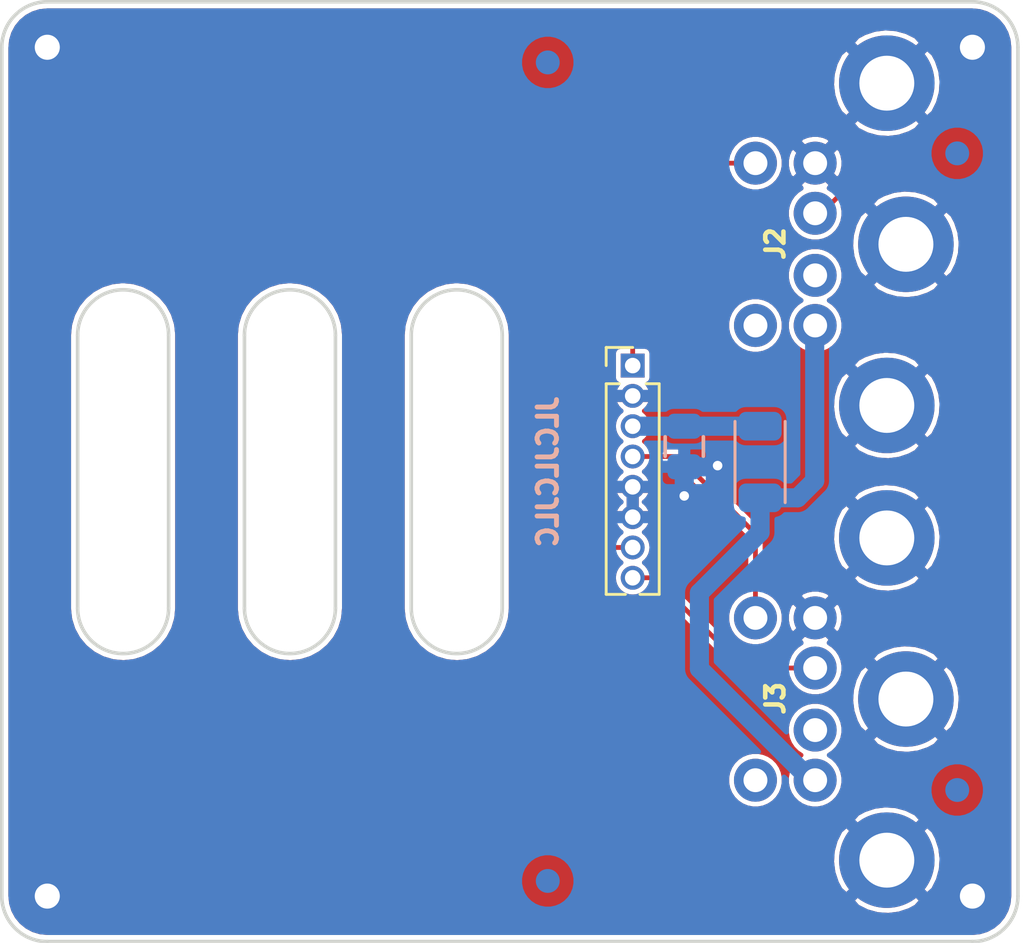
<source format=kicad_pcb>
(kicad_pcb (version 20171130) (host pcbnew "(5.1.2-1)-1")

  (general
    (thickness 1.6)
    (drawings 21)
    (tracks 33)
    (zones 0)
    (modules 13)
    (nets 12)
  )

  (page A4)
  (layers
    (0 F.Cu signal)
    (31 B.Cu signal)
    (32 B.Adhes user)
    (33 F.Adhes user)
    (34 B.Paste user)
    (35 F.Paste user)
    (36 B.SilkS user)
    (37 F.SilkS user)
    (38 B.Mask user)
    (39 F.Mask user)
    (40 Dwgs.User user)
    (41 Cmts.User user)
    (42 Eco1.User user)
    (43 Eco2.User user)
    (44 Edge.Cuts user)
    (45 Margin user)
    (46 B.CrtYd user)
    (47 F.CrtYd user)
    (48 B.Fab user)
    (49 F.Fab user)
  )

  (setup
    (last_trace_width 0.2)
    (user_trace_width 0.3)
    (user_trace_width 0.4)
    (user_trace_width 0.5)
    (user_trace_width 0.8)
    (trace_clearance 0.2)
    (zone_clearance 0.2)
    (zone_45_only no)
    (trace_min 0.2)
    (via_size 0.8)
    (via_drill 0.4)
    (via_min_size 0.4)
    (via_min_drill 0.3)
    (uvia_size 0.3)
    (uvia_drill 0.1)
    (uvias_allowed no)
    (uvia_min_size 0.2)
    (uvia_min_drill 0.1)
    (edge_width 0.15)
    (segment_width 0.2)
    (pcb_text_width 0.3)
    (pcb_text_size 1.5 1.5)
    (mod_edge_width 0.15)
    (mod_text_size 1 1)
    (mod_text_width 0.15)
    (pad_size 2.4 1.6)
    (pad_drill 0.8)
    (pad_to_mask_clearance 0.0508)
    (solder_mask_min_width 0.127)
    (pad_to_paste_clearance -0.0381)
    (aux_axis_origin 0 0)
    (visible_elements FFFFFF7F)
    (pcbplotparams
      (layerselection 0x010f4_ffffffff)
      (usegerberextensions true)
      (usegerberattributes false)
      (usegerberadvancedattributes false)
      (creategerberjobfile false)
      (excludeedgelayer true)
      (linewidth 0.100000)
      (plotframeref false)
      (viasonmask false)
      (mode 1)
      (useauxorigin false)
      (hpglpennumber 1)
      (hpglpenspeed 20)
      (hpglpendiameter 15.000000)
      (psnegative false)
      (psa4output false)
      (plotreference true)
      (plotvalue true)
      (plotinvisibletext false)
      (padsonsilk false)
      (subtractmaskfromsilk true)
      (outputformat 1)
      (mirror false)
      (drillshape 0)
      (scaleselection 1)
      (outputdirectory "gerber"))
  )

  (net 0 "")
  (net 1 +5V)
  (net 2 GND)
  (net 3 /MClk)
  (net 4 /KClk)
  (net 5 /MDat)
  (net 6 /KDat)
  (net 7 "Net-(J2-Pad2)")
  (net 8 "Net-(J2-Pad6)")
  (net 9 "Net-(J3-Pad2)")
  (net 10 "Net-(J3-Pad6)")
  (net 11 "Net-(C1-Pad1)")

  (net_class Default "This is the default net class."
    (clearance 0.2)
    (trace_width 0.2)
    (via_dia 0.8)
    (via_drill 0.4)
    (uvia_dia 0.3)
    (uvia_drill 0.1)
    (add_net +5V)
    (add_net /KClk)
    (add_net /KDat)
    (add_net /MClk)
    (add_net /MDat)
    (add_net GND)
    (add_net "Net-(C1-Pad1)")
    (add_net "Net-(J2-Pad2)")
    (add_net "Net-(J2-Pad6)")
    (add_net "Net-(J3-Pad2)")
    (add_net "Net-(J3-Pad6)")
  )

  (module stdpads:MD-60 (layer F.Cu) (tedit 5C68C9CB) (tstamp 5D3112E3)
    (at 179.081 74.93 270)
    (path /5C59A3CD)
    (fp_text reference J2 (at -0.028 10.171 270) (layer F.SilkS)
      (effects (font (size 0.762 0.762) (thickness 0.1905)))
    )
    (fp_text value Mouse (at 0 13.6 270) (layer F.SilkS) hide
      (effects (font (size 1.27 1.27) (thickness 0.1905)))
    )
    (fp_line (start -6.75 0) (end 6.75 0) (layer F.Fab) (width 0.127))
    (pad 7 thru_hole circle (at 0 4.7 270) (size 4 4) (drill 2.3) (layers *.Cu *.Mask)
      (net 2 GND))
    (pad 7 thru_hole circle (at -6.75 5.5 270) (size 4 4) (drill 2.3) (layers *.Cu *.Mask)
      (net 2 GND))
    (pad 7 thru_hole circle (at 6.75 5.5 270) (size 4 4) (drill 2.3) (layers *.Cu *.Mask)
      (net 2 GND))
    (pad 3 thru_hole circle (at -3.4 8.5 270) (size 1.8 1.8) (drill 1) (layers *.Cu *.Mask)
      (net 2 GND))
    (pad 4 thru_hole circle (at 3.4 8.5 270) (size 1.8 1.8) (drill 1) (layers *.Cu *.Mask)
      (net 1 +5V))
    (pad 6 thru_hole circle (at 3.4 11 270) (size 1.8 1.8) (drill 1) (layers *.Cu *.Mask)
      (net 8 "Net-(J2-Pad6)"))
    (pad 5 thru_hole circle (at -3.4 11 270) (size 1.8 1.8) (drill 1) (layers *.Cu *.Mask)
      (net 3 /MClk))
    (pad 1 thru_hole circle (at -1.3 8.5 270) (size 1.8 1.8) (drill 1) (layers *.Cu *.Mask)
      (net 5 /MDat))
    (pad 2 thru_hole circle (at 1.3 8.5 270) (size 1.8 1.8) (drill 1) (layers *.Cu *.Mask)
      (net 7 "Net-(J2-Pad2)"))
    (model ${KIPRJMOD}/../../stdpads.3dshapes/minidin-8.wrl
      (offset (xyz 0 -6.5 0))
      (scale (xyz 1 1 1))
      (rotate (xyz 0 0 180))
    )
  )

  (module stdpads:MD-60 (layer F.Cu) (tedit 5C68C9CB) (tstamp 5D30B4A6)
    (at 179.081 93.98 270)
    (path /5D314D16)
    (fp_text reference J3 (at -0.028 10.171 270) (layer F.SilkS)
      (effects (font (size 0.762 0.762) (thickness 0.1905)))
    )
    (fp_text value Keybd (at 0 13.6 270) (layer F.SilkS) hide
      (effects (font (size 1.27 1.27) (thickness 0.1905)))
    )
    (fp_line (start -6.75 0) (end 6.75 0) (layer F.Fab) (width 0.127))
    (pad 2 thru_hole circle (at 1.3 8.5 270) (size 1.8 1.8) (drill 1) (layers *.Cu *.Mask)
      (net 9 "Net-(J3-Pad2)"))
    (pad 1 thru_hole circle (at -1.3 8.5 270) (size 1.8 1.8) (drill 1) (layers *.Cu *.Mask)
      (net 6 /KDat))
    (pad 5 thru_hole circle (at -3.4 11 270) (size 1.8 1.8) (drill 1) (layers *.Cu *.Mask)
      (net 4 /KClk))
    (pad 6 thru_hole circle (at 3.4 11 270) (size 1.8 1.8) (drill 1) (layers *.Cu *.Mask)
      (net 10 "Net-(J3-Pad6)"))
    (pad 4 thru_hole circle (at 3.4 8.5 270) (size 1.8 1.8) (drill 1) (layers *.Cu *.Mask)
      (net 1 +5V))
    (pad 3 thru_hole circle (at -3.4 8.5 270) (size 1.8 1.8) (drill 1) (layers *.Cu *.Mask)
      (net 2 GND))
    (pad 7 thru_hole circle (at 6.75 5.5 270) (size 4 4) (drill 2.3) (layers *.Cu *.Mask)
      (net 2 GND))
    (pad 7 thru_hole circle (at -6.75 5.5 270) (size 4 4) (drill 2.3) (layers *.Cu *.Mask)
      (net 2 GND))
    (pad 7 thru_hole circle (at 0 4.7 270) (size 4 4) (drill 2.3) (layers *.Cu *.Mask)
      (net 2 GND))
    (model ${KIPRJMOD}/../../stdpads.3dshapes/minidin-8.wrl
      (offset (xyz 0 -6.5 0))
      (scale (xyz 1 1 1))
      (rotate (xyz 0 0 180))
    )
  )

  (module Connector_PinHeader_1.27mm:PinHeader_1x08_P1.27mm_Vertical (layer F.Cu) (tedit 59FED6E3) (tstamp 5D3113F7)
    (at 162.941 80.01)
    (descr "Through hole straight pin header, 1x08, 1.27mm pitch, single row")
    (tags "Through hole pin header THT 1x08 1.27mm single row")
    (path /5D328F12)
    (fp_text reference J1 (at 0 -1.695) (layer F.SilkS) hide
      (effects (font (size 1 1) (thickness 0.15)))
    )
    (fp_text value Mouserial (at 0 10.585) (layer F.Fab)
      (effects (font (size 1 1) (thickness 0.15)))
    )
    (fp_line (start -0.525 -0.635) (end 1.05 -0.635) (layer F.Fab) (width 0.1))
    (fp_line (start 1.05 -0.635) (end 1.05 9.525) (layer F.Fab) (width 0.1))
    (fp_line (start 1.05 9.525) (end -1.05 9.525) (layer F.Fab) (width 0.1))
    (fp_line (start -1.05 9.525) (end -1.05 -0.11) (layer F.Fab) (width 0.1))
    (fp_line (start -1.05 -0.11) (end -0.525 -0.635) (layer F.Fab) (width 0.1))
    (fp_line (start -1.11 9.585) (end -0.30753 9.585) (layer F.SilkS) (width 0.12))
    (fp_line (start 0.30753 9.585) (end 1.11 9.585) (layer F.SilkS) (width 0.12))
    (fp_line (start -1.11 0.76) (end -1.11 9.585) (layer F.SilkS) (width 0.12))
    (fp_line (start 1.11 0.76) (end 1.11 9.585) (layer F.SilkS) (width 0.12))
    (fp_line (start -1.11 0.76) (end -0.563471 0.76) (layer F.SilkS) (width 0.12))
    (fp_line (start 0.563471 0.76) (end 1.11 0.76) (layer F.SilkS) (width 0.12))
    (fp_line (start -1.11 0) (end -1.11 -0.76) (layer F.SilkS) (width 0.12))
    (fp_line (start -1.11 -0.76) (end 0 -0.76) (layer F.SilkS) (width 0.12))
    (fp_line (start -1.55 -1.15) (end -1.55 10.05) (layer F.CrtYd) (width 0.05))
    (fp_line (start -1.55 10.05) (end 1.55 10.05) (layer F.CrtYd) (width 0.05))
    (fp_line (start 1.55 10.05) (end 1.55 -1.15) (layer F.CrtYd) (width 0.05))
    (fp_line (start 1.55 -1.15) (end -1.55 -1.15) (layer F.CrtYd) (width 0.05))
    (fp_text user %R (at 0 4.445 90) (layer F.Fab)
      (effects (font (size 1 1) (thickness 0.15)))
    )
    (pad 1 thru_hole rect (at 0 0) (size 1 1) (drill 0.65) (layers *.Cu *.Mask)
      (net 3 /MClk))
    (pad 2 thru_hole oval (at 0 1.27) (size 1 1) (drill 0.65) (layers *.Cu *.Mask)
      (net 2 GND))
    (pad 3 thru_hole oval (at 0 2.54) (size 1 1) (drill 0.65) (layers *.Cu *.Mask)
      (net 11 "Net-(C1-Pad1)"))
    (pad 4 thru_hole oval (at 0 3.81) (size 1 1) (drill 0.65) (layers *.Cu *.Mask)
      (net 4 /KClk))
    (pad 5 thru_hole oval (at 0 5.08) (size 1 1) (drill 0.65) (layers *.Cu *.Mask)
      (net 2 GND))
    (pad 6 thru_hole oval (at 0 6.35) (size 1 1) (drill 0.65) (layers *.Cu *.Mask)
      (net 2 GND))
    (pad 7 thru_hole oval (at 0 7.62) (size 1 1) (drill 0.65) (layers *.Cu *.Mask)
      (net 5 /MDat))
    (pad 8 thru_hole oval (at 0 8.89) (size 1 1) (drill 0.65) (layers *.Cu *.Mask)
      (net 6 /KDat))
  )

  (module stdpads:C_0805 (layer B.Cu) (tedit 5CC26793) (tstamp 5D311441)
    (at 165.1 83.4 270)
    (tags capacitor)
    (path /5C57F2AE)
    (attr smd)
    (fp_text reference C1 (at 0 1.5 270) (layer B.SilkS) hide
      (effects (font (size 0.8128 0.8128) (thickness 0.1524)) (justify mirror))
    )
    (fp_text value 100n (at 0 -0.9 270) (layer B.Fab) hide
      (effects (font (size 0.127 0.127) (thickness 0.03175)) (justify mirror))
    )
    (fp_line (start -1 -0.625) (end -1 0.625) (layer B.Fab) (width 0.15))
    (fp_line (start -1 0.625) (end 1 0.625) (layer B.Fab) (width 0.15))
    (fp_line (start 1 0.625) (end 1 -0.625) (layer B.Fab) (width 0.15))
    (fp_line (start 1 -0.625) (end -1 -0.625) (layer B.Fab) (width 0.15))
    (fp_line (start -0.4064 0.8) (end 0.4064 0.8) (layer B.SilkS) (width 0.1524))
    (fp_line (start -0.4064 -0.8) (end 0.4064 -0.8) (layer B.SilkS) (width 0.1524))
    (fp_line (start -1.7 -1) (end -1.7 1) (layer B.CrtYd) (width 0.05))
    (fp_line (start -1.7 1) (end 1.7 1) (layer B.CrtYd) (width 0.05))
    (fp_line (start 1.7 1) (end 1.7 -1) (layer B.CrtYd) (width 0.05))
    (fp_line (start 1.7 -1) (end -1.7 -1) (layer B.CrtYd) (width 0.05))
    (fp_text user %R (at 0 0) (layer B.Fab)
      (effects (font (size 0.254 0.254) (thickness 0.0635)) (justify mirror))
    )
    (pad 1 smd roundrect (at -0.85 0 270) (size 1.05 1.4) (layers B.Cu B.Paste B.Mask) (roundrect_rratio 0.25)
      (net 11 "Net-(C1-Pad1)"))
    (pad 2 smd roundrect (at 0.85 0 270) (size 1.05 1.4) (layers B.Cu B.Paste B.Mask) (roundrect_rratio 0.25)
      (net 2 GND))
    (model ${KISYS3DMOD}/Capacitor_SMD.3dshapes/C_0805_2012Metric.wrl
      (at (xyz 0 0 0))
      (scale (xyz 1 1 1))
      (rotate (xyz 0 0 0))
    )
  )

  (module stdpads:BelFuse_1206 (layer B.Cu) (tedit 5CFD71DE) (tstamp 5D3115DC)
    (at 168.275 84.05 270)
    (tags "PTC fuse")
    (path /5D30BE58)
    (attr smd)
    (fp_text reference F1 (at 0 -1.6 90) (layer B.SilkS) hide
      (effects (font (size 0.508 0.508) (thickness 0.127)) (justify mirror))
    )
    (fp_text value 1A (at 0 -0.65 90) (layer B.Fab)
      (effects (font (size 0.127 0.127) (thickness 0.03175)) (justify mirror))
    )
    (fp_line (start -1.7 0.9) (end 1.7 0.9) (layer B.Fab) (width 0.127))
    (fp_line (start -1.7 -0.9) (end 1.7 -0.9) (layer B.Fab) (width 0.127))
    (fp_text user %R (at 0 0 270) (layer B.Fab)
      (effects (font (size 0.254 0.254) (thickness 0.0635)) (justify mirror))
    )
    (fp_line (start -2.4 -1.2) (end -2.4 1.2) (layer B.CrtYd) (width 0.05))
    (fp_line (start 2.4 1.2) (end 2.4 -1.2) (layer B.CrtYd) (width 0.05))
    (fp_line (start -2.4 1.2) (end 2.4 1.2) (layer B.CrtYd) (width 0.05))
    (fp_line (start -2.4 -1.2) (end 2.4 -1.2) (layer B.CrtYd) (width 0.05))
    (fp_line (start -1.7 -1.05) (end 1.7 -1.05) (layer B.SilkS) (width 0.127))
    (fp_line (start 1.7 0.9) (end 1.7 -0.9) (layer B.Fab) (width 0.127))
    (fp_line (start -1.7 0.9) (end -1.7 -0.9) (layer B.Fab) (width 0.127))
    (fp_line (start -1.7 1.05) (end 1.7 1.05) (layer B.SilkS) (width 0.127))
    (pad 1 smd roundrect (at -1.5 0 270) (size 1.2 1.8) (layers B.Cu B.Paste B.Mask) (roundrect_rratio 0.25)
      (net 11 "Net-(C1-Pad1)"))
    (pad 2 smd roundrect (at 1.5 0 270) (size 1.2 1.8) (layers B.Cu B.Paste B.Mask) (roundrect_rratio 0.25)
      (net 1 +5V))
    (model ${KISYS3DMOD}/Resistor_SMD.3dshapes/R_1206_3216Metric.wrl
      (at (xyz 0 0 0))
      (scale (xyz 1 1 1))
      (rotate (xyz 0 0 0))
    )
  )

  (module stdpads:Fiducial (layer B.Cu) (tedit 5CFD71CD) (tstamp 5D318CE6)
    (at 159.385 67.31 180)
    (descr "Circular Fiducial, 1mm bare copper top; 2mm keepout (Level A)")
    (tags marker)
    (path /5D32713E)
    (attr smd)
    (fp_text reference FID1 (at 0 1.6) (layer B.SilkS) hide
      (effects (font (size 0.508 0.508) (thickness 0.127)) (justify mirror))
    )
    (fp_text value Fiducial (at 0 -1.651) (layer B.Fab) hide
      (effects (font (size 0.508 0.508) (thickness 0.127)) (justify mirror))
    )
    (fp_circle (center 0 0) (end 1 0) (layer B.Fab) (width 0.1))
    (fp_text user %R (at 0 0) (layer B.Fab)
      (effects (font (size 0.4 0.4) (thickness 0.06)) (justify mirror))
    )
    (fp_circle (center 0 0) (end 1.25 0) (layer B.CrtYd) (width 0.05))
    (pad ~ smd circle (at 0 0 180) (size 1 1) (layers B.Cu B.Mask)
      (solder_mask_margin 0.5) (clearance 0.575))
  )

  (module stdpads:Fiducial (layer B.Cu) (tedit 5CFD71CD) (tstamp 5D318CEE)
    (at 159.385 101.6)
    (descr "Circular Fiducial, 1mm bare copper top; 2mm keepout (Level A)")
    (tags marker)
    (path /5D327596)
    (attr smd)
    (fp_text reference FID2 (at 0 1.6) (layer B.SilkS) hide
      (effects (font (size 0.508 0.508) (thickness 0.127)) (justify mirror))
    )
    (fp_text value Fiducial (at 0 -1.651) (layer B.Fab) hide
      (effects (font (size 0.508 0.508) (thickness 0.127)) (justify mirror))
    )
    (fp_circle (center 0 0) (end 1 0) (layer B.Fab) (width 0.1))
    (fp_text user %R (at 0 0) (layer B.Fab)
      (effects (font (size 0.4 0.4) (thickness 0.06)) (justify mirror))
    )
    (fp_circle (center 0 0) (end 1.25 0) (layer B.CrtYd) (width 0.05))
    (pad ~ smd circle (at 0 0) (size 1 1) (layers B.Cu B.Mask)
      (solder_mask_margin 0.5) (clearance 0.575))
  )

  (module stdpads:Fiducial (layer B.Cu) (tedit 5CFD71CD) (tstamp 5D318E98)
    (at 176.53 97.79)
    (descr "Circular Fiducial, 1mm bare copper top; 2mm keepout (Level A)")
    (tags marker)
    (path /5D327E8E)
    (attr smd)
    (fp_text reference FID3 (at 0 1.6) (layer B.SilkS) hide
      (effects (font (size 0.508 0.508) (thickness 0.127)) (justify mirror))
    )
    (fp_text value Fiducial (at 0 -1.651) (layer B.Fab) hide
      (effects (font (size 0.508 0.508) (thickness 0.127)) (justify mirror))
    )
    (fp_circle (center 0 0) (end 1 0) (layer B.Fab) (width 0.1))
    (fp_text user %R (at 0 0) (layer B.Fab)
      (effects (font (size 0.4 0.4) (thickness 0.06)) (justify mirror))
    )
    (fp_circle (center 0 0) (end 1.25 0) (layer B.CrtYd) (width 0.05))
    (pad ~ smd circle (at 0 0) (size 1 1) (layers B.Cu B.Mask)
      (solder_mask_margin 0.5) (clearance 0.575))
  )

  (module stdpads:Fiducial (layer B.Cu) (tedit 5CFD71CD) (tstamp 5D318CFE)
    (at 176.53 71.12)
    (descr "Circular Fiducial, 1mm bare copper top; 2mm keepout (Level A)")
    (tags marker)
    (path /5D3281AA)
    (attr smd)
    (fp_text reference FID4 (at 0 1.6) (layer B.SilkS) hide
      (effects (font (size 0.508 0.508) (thickness 0.127)) (justify mirror))
    )
    (fp_text value Fiducial (at 0 -1.651) (layer B.Fab) hide
      (effects (font (size 0.508 0.508) (thickness 0.127)) (justify mirror))
    )
    (fp_circle (center 0 0) (end 1 0) (layer B.Fab) (width 0.1))
    (fp_text user %R (at 0 0) (layer B.Fab)
      (effects (font (size 0.4 0.4) (thickness 0.06)) (justify mirror))
    )
    (fp_circle (center 0 0) (end 1.25 0) (layer B.CrtYd) (width 0.05))
    (pad ~ smd circle (at 0 0) (size 1 1) (layers B.Cu B.Mask)
      (solder_mask_margin 0.5) (clearance 0.575))
  )

  (module stdpads:PasteHole_1.05mm_PTH (layer F.Cu) (tedit 5CF5C271) (tstamp 5D32BC88)
    (at 138.43 66.675)
    (descr "Circular Fiducial, 1mm bare copper top; 2mm keepout (Level A)")
    (tags marker)
    (path /5D326D17)
    (zone_connect 2)
    (attr virtual)
    (fp_text reference H1 (at 0 -1.6) (layer F.SilkS) hide
      (effects (font (size 0.508 0.508) (thickness 0.127)))
    )
    (fp_text value MountingHole (at 0 2) (layer F.Fab) hide
      (effects (font (size 0.508 0.508) (thickness 0.127)))
    )
    (fp_circle (center 0 0) (end 1 0) (layer F.Fab) (width 0.1))
    (fp_text user %R (at 0 0) (layer F.Fab)
      (effects (font (size 0.4 0.4) (thickness 0.06)))
    )
    (fp_circle (center 0 0) (end 1.25 0) (layer F.CrtYd) (width 0.05))
    (pad 1 thru_hole circle (at 0 0) (size 2 2) (drill 1.05) (layers *.Cu *.Mask)
      (net 2 GND) (zone_connect 2))
  )

  (module stdpads:PasteHole_1.05mm_PTH (layer F.Cu) (tedit 5CF5C271) (tstamp 5D32BC90)
    (at 138.43 102.235)
    (descr "Circular Fiducial, 1mm bare copper top; 2mm keepout (Level A)")
    (tags marker)
    (path /5D3272FF)
    (zone_connect 2)
    (attr virtual)
    (fp_text reference H2 (at 0 -1.6) (layer F.SilkS) hide
      (effects (font (size 0.508 0.508) (thickness 0.127)))
    )
    (fp_text value MountingHole (at 0 2) (layer F.Fab) hide
      (effects (font (size 0.508 0.508) (thickness 0.127)))
    )
    (fp_circle (center 0 0) (end 1.25 0) (layer F.CrtYd) (width 0.05))
    (fp_text user %R (at 0 0) (layer F.Fab)
      (effects (font (size 0.4 0.4) (thickness 0.06)))
    )
    (fp_circle (center 0 0) (end 1 0) (layer F.Fab) (width 0.1))
    (pad 1 thru_hole circle (at 0 0) (size 2 2) (drill 1.05) (layers *.Cu *.Mask)
      (net 2 GND) (zone_connect 2))
  )

  (module stdpads:PasteHole_1.05mm_PTH (layer F.Cu) (tedit 5CF5C271) (tstamp 5D32BD31)
    (at 177.165 102.235)
    (descr "Circular Fiducial, 1mm bare copper top; 2mm keepout (Level A)")
    (tags marker)
    (path /5D32738D)
    (zone_connect 2)
    (attr virtual)
    (fp_text reference H3 (at 0 -1.6) (layer F.SilkS) hide
      (effects (font (size 0.508 0.508) (thickness 0.127)))
    )
    (fp_text value MountingHole (at 0 2) (layer F.Fab) hide
      (effects (font (size 0.508 0.508) (thickness 0.127)))
    )
    (fp_circle (center 0 0) (end 1 0) (layer F.Fab) (width 0.1))
    (fp_text user %R (at 0 0) (layer F.Fab)
      (effects (font (size 0.4 0.4) (thickness 0.06)))
    )
    (fp_circle (center 0 0) (end 1.25 0) (layer F.CrtYd) (width 0.05))
    (pad 1 thru_hole circle (at 0 0) (size 2 2) (drill 1.05) (layers *.Cu *.Mask)
      (net 2 GND) (zone_connect 2))
  )

  (module stdpads:PasteHole_1.05mm_PTH (layer F.Cu) (tedit 5CF5C271) (tstamp 5D32BCA0)
    (at 177.165 66.675)
    (descr "Circular Fiducial, 1mm bare copper top; 2mm keepout (Level A)")
    (tags marker)
    (path /5D327619)
    (zone_connect 2)
    (attr virtual)
    (fp_text reference H4 (at 0 -1.6) (layer F.SilkS) hide
      (effects (font (size 0.508 0.508) (thickness 0.127)))
    )
    (fp_text value MountingHole (at 0 2) (layer F.Fab) hide
      (effects (font (size 0.508 0.508) (thickness 0.127)))
    )
    (fp_circle (center 0 0) (end 1.25 0) (layer F.CrtYd) (width 0.05))
    (fp_text user %R (at 0 0) (layer F.Fab)
      (effects (font (size 0.4 0.4) (thickness 0.06)))
    )
    (fp_circle (center 0 0) (end 1 0) (layer F.Fab) (width 0.1))
    (pad 1 thru_hole circle (at 0 0) (size 2 2) (drill 1.05) (layers *.Cu *.Mask)
      (net 2 GND) (zone_connect 2))
  )

  (gr_arc (start 138.43 102.235) (end 136.525 102.235) (angle -90) (layer Edge.Cuts) (width 0.15) (tstamp 5D347A58))
  (gr_arc (start 177.165 102.235) (end 177.165 104.14) (angle -90) (layer Edge.Cuts) (width 0.15) (tstamp 5D347A39))
  (gr_arc (start 177.165 66.675) (end 179.07 66.675) (angle -90) (layer Edge.Cuts) (width 0.15) (tstamp 5D347A2C))
  (gr_arc (start 138.43 66.675) (end 138.43 64.77) (angle -90) (layer Edge.Cuts) (width 0.15))
  (gr_text JLCJLCJLC (at 159.385 84.455 90) (layer B.SilkS)
    (effects (font (size 0.8128 0.8128) (thickness 0.2032)) (justify mirror))
  )
  (gr_arc (start 141.605 78.74) (end 143.51 78.74) (angle -180) (layer Edge.Cuts) (width 0.15) (tstamp 5D310B2C))
  (gr_line (start 139.7 90.17) (end 139.7 78.74) (layer Edge.Cuts) (width 0.15) (tstamp 5D310B2B))
  (gr_arc (start 141.605 90.17) (end 139.7 90.17) (angle -180) (layer Edge.Cuts) (width 0.15) (tstamp 5D310B2A))
  (gr_line (start 143.51 78.74) (end 143.51 90.17) (layer Edge.Cuts) (width 0.15) (tstamp 5D310B29))
  (gr_line (start 146.685 90.17) (end 146.685 78.74) (layer Edge.Cuts) (width 0.15) (tstamp 5D310B24))
  (gr_arc (start 148.59 90.17) (end 146.685 90.17) (angle -180) (layer Edge.Cuts) (width 0.15) (tstamp 5D310B23))
  (gr_line (start 150.495 78.74) (end 150.495 90.17) (layer Edge.Cuts) (width 0.15) (tstamp 5D310B22))
  (gr_arc (start 148.59 78.74) (end 150.495 78.74) (angle -180) (layer Edge.Cuts) (width 0.15) (tstamp 5D310B21))
  (gr_line (start 138.43 104.14) (end 177.165 104.14) (layer Edge.Cuts) (width 0.15))
  (gr_line (start 179.07 102.235) (end 179.07 66.675) (layer Edge.Cuts) (width 0.15))
  (gr_line (start 153.67 90.17) (end 153.67 78.74) (layer Edge.Cuts) (width 0.15) (tstamp 5D310ACE))
  (gr_line (start 157.48 78.74) (end 157.48 90.17) (layer Edge.Cuts) (width 0.15) (tstamp 5D310ACD))
  (gr_arc (start 155.575 90.17) (end 153.67 90.17) (angle -180) (layer Edge.Cuts) (width 0.15) (tstamp 5D310ABA))
  (gr_arc (start 155.575 78.74) (end 157.48 78.74) (angle -180) (layer Edge.Cuts) (width 0.15))
  (gr_line (start 136.525 66.675) (end 136.525 102.235) (layer Edge.Cuts) (width 0.15))
  (gr_line (start 177.165 64.77) (end 138.43 64.77) (layer Edge.Cuts) (width 0.15) (tstamp 5C65B5B4))

  (segment (start 165.735 92.71) (end 170.405 97.38) (width 0.8) (layer B.Cu) (net 1))
  (segment (start 165.735 89.535) (end 165.735 92.71) (width 0.8) (layer B.Cu) (net 1))
  (segment (start 168.275 86.995) (end 165.735 89.535) (width 0.8) (layer B.Cu) (net 1))
  (segment (start 168.275 85.725) (end 168.275 86.995) (width 0.8) (layer B.Cu) (net 1))
  (segment (start 170.561 84.836) (end 169.847 85.55) (width 0.8) (layer B.Cu) (net 1))
  (segment (start 170.561 78.35) (end 170.561 84.836) (width 0.8) (layer B.Cu) (net 1))
  (segment (start 169.847 85.55) (end 168.275 85.55) (width 0.8) (layer B.Cu) (net 1))
  (segment (start 170.581 78.33) (end 170.561 78.35) (width 0.8) (layer B.Cu) (net 1))
  (via (at 165.1 85.471) (size 0.8) (drill 0.4) (layers F.Cu B.Cu) (net 2) (tstamp 5D31148C))
  (segment (start 165.1 84.25) (end 165.1 85.471) (width 0.8) (layer B.Cu) (net 2) (tstamp 5D31147A))
  (via (at 166.497 84.201) (size 0.8) (drill 0.4) (layers F.Cu B.Cu) (net 2) (tstamp 5D311468))
  (segment (start 166.448 84.25) (end 166.497 84.201) (width 0.8) (layer B.Cu) (net 2) (tstamp 5D31148F))
  (segment (start 165.1 84.25) (end 166.448 84.25) (width 0.8) (layer B.Cu) (net 2) (tstamp 5D311462))
  (segment (start 164.69 71.53) (end 168.081 71.53) (width 0.2) (layer F.Cu) (net 3))
  (segment (start 162.941 73.279) (end 164.69 71.53) (width 0.2) (layer F.Cu) (net 3))
  (segment (start 162.941 80.01) (end 162.941 73.279) (width 0.2) (layer F.Cu) (net 3))
  (segment (start 162.941 83.82) (end 164.846 83.82) (width 0.2) (layer F.Cu) (net 4))
  (segment (start 168.081 87.055) (end 168.081 90.58) (width 0.2) (layer F.Cu) (net 4))
  (segment (start 164.846 83.82) (end 168.081 87.055) (width 0.2) (layer F.Cu) (net 4))
  (segment (start 161.925 87.63) (end 162.941 87.63) (width 0.2) (layer F.Cu) (net 5))
  (segment (start 161.29 86.995) (end 161.925 87.63) (width 0.2) (layer F.Cu) (net 5))
  (segment (start 163.195 69.85) (end 161.29 71.755) (width 0.2) (layer F.Cu) (net 5))
  (segment (start 172.212 72.263) (end 172.212 70.739) (width 0.2) (layer F.Cu) (net 5))
  (segment (start 161.29 71.755) (end 161.29 86.995) (width 0.2) (layer F.Cu) (net 5))
  (segment (start 170.845 73.63) (end 172.212 72.263) (width 0.2) (layer F.Cu) (net 5))
  (segment (start 171.323 69.85) (end 163.195 69.85) (width 0.2) (layer F.Cu) (net 5))
  (segment (start 172.212 70.739) (end 171.323 69.85) (width 0.2) (layer F.Cu) (net 5))
  (segment (start 170.581 73.63) (end 170.845 73.63) (width 0.2) (layer F.Cu) (net 5))
  (segment (start 167.61 92.68) (end 163.83 88.9) (width 0.2) (layer F.Cu) (net 6))
  (segment (start 163.83 88.9) (end 162.941 88.9) (width 0.2) (layer F.Cu) (net 6))
  (segment (start 170.581 92.68) (end 167.61 92.68) (width 0.2) (layer F.Cu) (net 6))
  (segment (start 162.941 82.55) (end 165.1 82.55) (width 0.8) (layer B.Cu) (net 11) (tstamp 5D311474))
  (segment (start 165.1 82.55) (end 168.275 82.55) (width 0.8) (layer B.Cu) (net 11))

  (zone (net 2) (net_name GND) (layer B.Cu) (tstamp 5D32BA40) (hatch edge 0.508)
    (connect_pads (clearance 0.2))
    (min_thickness 0.2)
    (fill yes (arc_segments 32) (thermal_gap 0.2) (thermal_bridge_width 0.508))
    (polygon
      (pts
        (xy 136.525 64.77) (xy 179.07 64.77) (xy 179.07 104.14) (xy 136.525 104.14)
      )
    )
    (filled_polygon
      (pts
        (xy 177.461826 65.175902) (xy 177.747355 65.262109) (xy 178.010695 65.402129) (xy 178.241824 65.590633) (xy 178.431938 65.820443)
        (xy 178.573793 66.0828) (xy 178.661988 66.367711) (xy 178.695001 66.681805) (xy 178.695 102.216663) (xy 178.664098 102.531826)
        (xy 178.577892 102.817354) (xy 178.437872 103.080694) (xy 178.249368 103.311822) (xy 178.01956 103.501937) (xy 177.757202 103.643793)
        (xy 177.472289 103.731988) (xy 177.158206 103.765) (xy 138.448337 103.765) (xy 138.133174 103.734098) (xy 137.847646 103.647892)
        (xy 137.584306 103.507872) (xy 137.353178 103.319368) (xy 137.163063 103.08956) (xy 137.021207 102.827202) (xy 136.933012 102.542289)
        (xy 136.9 102.228206) (xy 136.9 101.484273) (xy 158.21 101.484273) (xy 158.21 101.715727) (xy 158.255155 101.942735)
        (xy 158.343729 102.156571) (xy 158.472318 102.349019) (xy 158.635981 102.512682) (xy 158.828429 102.641271) (xy 159.042265 102.729845)
        (xy 159.269273 102.775) (xy 159.500727 102.775) (xy 159.727735 102.729845) (xy 159.941571 102.641271) (xy 160.134019 102.512682)
        (xy 160.230379 102.416322) (xy 172.112466 102.416322) (xy 172.35016 102.686106) (xy 172.755428 102.888645) (xy 173.192422 103.008229)
        (xy 173.644349 103.040261) (xy 174.093841 102.983512) (xy 174.523626 102.840161) (xy 174.81184 102.686106) (xy 175.049534 102.416322)
        (xy 173.581 100.947789) (xy 172.112466 102.416322) (xy 160.230379 102.416322) (xy 160.297682 102.349019) (xy 160.426271 102.156571)
        (xy 160.514845 101.942735) (xy 160.56 101.715727) (xy 160.56 101.484273) (xy 160.514845 101.257265) (xy 160.426271 101.043429)
        (xy 160.297682 100.850981) (xy 160.24005 100.793349) (xy 171.270739 100.793349) (xy 171.327488 101.242841) (xy 171.470839 101.672626)
        (xy 171.624894 101.96084) (xy 171.894678 102.198534) (xy 173.363211 100.73) (xy 173.798789 100.73) (xy 175.267322 102.198534)
        (xy 175.537106 101.96084) (xy 175.739645 101.555572) (xy 175.859229 101.118578) (xy 175.891261 100.666651) (xy 175.834512 100.217159)
        (xy 175.691161 99.787374) (xy 175.537106 99.49916) (xy 175.267322 99.261466) (xy 173.798789 100.73) (xy 173.363211 100.73)
        (xy 171.894678 99.261466) (xy 171.624894 99.49916) (xy 171.422355 99.904428) (xy 171.302771 100.341422) (xy 171.270739 100.793349)
        (xy 160.24005 100.793349) (xy 160.134019 100.687318) (xy 159.941571 100.558729) (xy 159.727735 100.470155) (xy 159.500727 100.425)
        (xy 159.269273 100.425) (xy 159.042265 100.470155) (xy 158.828429 100.558729) (xy 158.635981 100.687318) (xy 158.472318 100.850981)
        (xy 158.343729 101.043429) (xy 158.255155 101.257265) (xy 158.21 101.484273) (xy 136.9 101.484273) (xy 136.9 99.043678)
        (xy 172.112466 99.043678) (xy 173.581 100.512211) (xy 175.049534 99.043678) (xy 174.81184 98.773894) (xy 174.406572 98.571355)
        (xy 173.969578 98.451771) (xy 173.517651 98.419739) (xy 173.068159 98.476488) (xy 172.638374 98.619839) (xy 172.35016 98.773894)
        (xy 172.112466 99.043678) (xy 136.9 99.043678) (xy 136.9 90.188418) (xy 139.325 90.188418) (xy 139.325129 90.189724)
        (xy 139.325195 90.199221) (xy 139.326976 90.216164) (xy 139.326976 90.233191) (xy 139.327523 90.238399) (xy 139.368966 90.607873)
        (xy 139.376041 90.641156) (xy 139.382635 90.674458) (xy 139.384182 90.679461) (xy 139.4966 91.033847) (xy 139.510003 91.065117)
        (xy 139.522942 91.096511) (xy 139.525432 91.101117) (xy 139.704544 91.42692) (xy 139.723766 91.454992) (xy 139.742555 91.483272)
        (xy 139.745892 91.487307) (xy 139.984874 91.772115) (xy 140.009166 91.795904) (xy 140.033107 91.820012) (xy 140.037164 91.823322)
        (xy 140.326915 92.056287) (xy 140.355356 92.074898) (xy 140.383533 92.093904) (xy 140.388156 92.096362) (xy 140.717638 92.268611)
        (xy 140.749145 92.28134) (xy 140.780484 92.294514) (xy 140.785496 92.296028) (xy 141.142161 92.401) (xy 141.175595 92.407378)
        (xy 141.20884 92.414202) (xy 141.214051 92.414714) (xy 141.584311 92.448411) (xy 141.61837 92.448173) (xy 141.652286 92.44841)
        (xy 141.657497 92.4479) (xy 142.027252 92.409037) (xy 142.060603 92.402191) (xy 142.093931 92.395833) (xy 142.098944 92.39432)
        (xy 142.454108 92.284378) (xy 142.485456 92.2712) (xy 142.516952 92.258475) (xy 142.521576 92.256017) (xy 142.84862 92.079186)
        (xy 142.876832 92.060157) (xy 142.905238 92.041568) (xy 142.909296 92.038259) (xy 143.195766 91.801271) (xy 143.219725 91.777143)
        (xy 143.243998 91.753374) (xy 143.247336 91.749339) (xy 143.482319 91.461222) (xy 143.501142 91.43289) (xy 143.52033 91.404868)
        (xy 143.52282 91.400263) (xy 143.697366 91.07199) (xy 143.710334 91.040527) (xy 143.723706 91.009328) (xy 143.725255 91.004326)
        (xy 143.832715 90.648404) (xy 143.839322 90.615035) (xy 143.846383 90.581817) (xy 143.84693 90.576609) (xy 143.88321 90.206594)
        (xy 143.885 90.188419) (xy 143.885 90.188418) (xy 146.31 90.188418) (xy 146.310129 90.189724) (xy 146.310195 90.199221)
        (xy 146.311976 90.216164) (xy 146.311976 90.233191) (xy 146.312523 90.238399) (xy 146.353966 90.607873) (xy 146.361041 90.641156)
        (xy 146.367635 90.674458) (xy 146.369182 90.679461) (xy 146.4816 91.033847) (xy 146.495003 91.065117) (xy 146.507942 91.096511)
        (xy 146.510432 91.101117) (xy 146.689544 91.42692) (xy 146.708766 91.454992) (xy 146.727555 91.483272) (xy 146.730892 91.487307)
        (xy 146.969874 91.772115) (xy 146.994166 91.795904) (xy 147.018107 91.820012) (xy 147.022164 91.823322) (xy 147.311915 92.056287)
        (xy 147.340356 92.074898) (xy 147.368533 92.093904) (xy 147.373156 92.096362) (xy 147.702638 92.268611) (xy 147.734145 92.28134)
        (xy 147.765484 92.294514) (xy 147.770496 92.296028) (xy 148.127161 92.401) (xy 148.160595 92.407378) (xy 148.19384 92.414202)
        (xy 148.199051 92.414714) (xy 148.569311 92.448411) (xy 148.60337 92.448173) (xy 148.637286 92.44841) (xy 148.642497 92.4479)
        (xy 149.012252 92.409037) (xy 149.045603 92.402191) (xy 149.078931 92.395833) (xy 149.083944 92.39432) (xy 149.439108 92.284378)
        (xy 149.470456 92.2712) (xy 149.501952 92.258475) (xy 149.506576 92.256017) (xy 149.83362 92.079186) (xy 149.861832 92.060157)
        (xy 149.890238 92.041568) (xy 149.894296 92.038259) (xy 150.180766 91.801271) (xy 150.204725 91.777143) (xy 150.228998 91.753374)
        (xy 150.232336 91.749339) (xy 150.467319 91.461222) (xy 150.486142 91.43289) (xy 150.50533 91.404868) (xy 150.50782 91.400263)
        (xy 150.682366 91.07199) (xy 150.695334 91.040527) (xy 150.708706 91.009328) (xy 150.710255 91.004326) (xy 150.817715 90.648404)
        (xy 150.824322 90.615035) (xy 150.831383 90.581817) (xy 150.83193 90.576609) (xy 150.86821 90.206594) (xy 150.87 90.188419)
        (xy 150.87 90.188418) (xy 153.295 90.188418) (xy 153.295129 90.189724) (xy 153.295195 90.199221) (xy 153.296976 90.216164)
        (xy 153.296976 90.233191) (xy 153.297523 90.238399) (xy 153.338966 90.607873) (xy 153.346041 90.641156) (xy 153.352635 90.674458)
        (xy 153.354182 90.679461) (xy 153.4666 91.033847) (xy 153.480003 91.065117) (xy 153.492942 91.096511) (xy 153.495432 91.101117)
        (xy 153.674544 91.42692) (xy 153.693766 91.454992) (xy 153.712555 91.483272) (xy 153.715892 91.487307) (xy 153.954874 91.772115)
        (xy 153.979166 91.795904) (xy 154.003107 91.820012) (xy 154.007164 91.823322) (xy 154.296915 92.056287) (xy 154.325356 92.074898)
        (xy 154.353533 92.093904) (xy 154.358156 92.096362) (xy 154.687638 92.268611) (xy 154.719145 92.28134) (xy 154.750484 92.294514)
        (xy 154.755496 92.296028) (xy 155.112161 92.401) (xy 155.145595 92.407378) (xy 155.17884 92.414202) (xy 155.184051 92.414714)
        (xy 155.554311 92.448411) (xy 155.58837 92.448173) (xy 155.622286 92.44841) (xy 155.627497 92.4479) (xy 155.997252 92.409037)
        (xy 156.030603 92.402191) (xy 156.063931 92.395833) (xy 156.068944 92.39432) (xy 156.424108 92.284378) (xy 156.455456 92.2712)
        (xy 156.486952 92.258475) (xy 156.491576 92.256017) (xy 156.81862 92.079186) (xy 156.846832 92.060157) (xy 156.875238 92.041568)
        (xy 156.879296 92.038259) (xy 157.165766 91.801271) (xy 157.189725 91.777143) (xy 157.213998 91.753374) (xy 157.217336 91.749339)
        (xy 157.452319 91.461222) (xy 157.471142 91.43289) (xy 157.49033 91.404868) (xy 157.49282 91.400263) (xy 157.667366 91.07199)
        (xy 157.680334 91.040527) (xy 157.693706 91.009328) (xy 157.695255 91.004326) (xy 157.802715 90.648404) (xy 157.809322 90.615035)
        (xy 157.816383 90.581817) (xy 157.81693 90.576609) (xy 157.85321 90.206594) (xy 157.855 90.188419) (xy 157.855 87.63)
        (xy 162.13713 87.63) (xy 162.152576 87.786827) (xy 162.198321 87.937628) (xy 162.272607 88.076606) (xy 162.372578 88.198422)
        (xy 162.453704 88.265) (xy 162.372578 88.331578) (xy 162.272607 88.453394) (xy 162.198321 88.592372) (xy 162.152576 88.743173)
        (xy 162.13713 88.9) (xy 162.152576 89.056827) (xy 162.198321 89.207628) (xy 162.272607 89.346606) (xy 162.372578 89.468422)
        (xy 162.494394 89.568393) (xy 162.633372 89.642679) (xy 162.784173 89.688424) (xy 162.901707 89.7) (xy 162.980293 89.7)
        (xy 163.097827 89.688424) (xy 163.248628 89.642679) (xy 163.387606 89.568393) (xy 163.428295 89.535) (xy 165.031613 89.535)
        (xy 165.035 89.569387) (xy 165.035001 92.675603) (xy 165.031613 92.71) (xy 165.045129 92.847223) (xy 165.085155 92.979174)
        (xy 165.150155 93.100781) (xy 165.215708 93.180657) (xy 165.237631 93.20737) (xy 165.264342 93.229291) (xy 168.218989 96.183938)
        (xy 168.19919 96.18) (xy 167.96281 96.18) (xy 167.730973 96.226116) (xy 167.512587 96.316574) (xy 167.316045 96.447899)
        (xy 167.148899 96.615045) (xy 167.017574 96.811587) (xy 166.927116 97.029973) (xy 166.881 97.26181) (xy 166.881 97.49819)
        (xy 166.927116 97.730027) (xy 167.017574 97.948413) (xy 167.148899 98.144955) (xy 167.316045 98.312101) (xy 167.512587 98.443426)
        (xy 167.730973 98.533884) (xy 167.96281 98.58) (xy 168.19919 98.58) (xy 168.431027 98.533884) (xy 168.649413 98.443426)
        (xy 168.845955 98.312101) (xy 169.013101 98.144955) (xy 169.144426 97.948413) (xy 169.234884 97.730027) (xy 169.281 97.49819)
        (xy 169.281 97.26181) (xy 169.277062 97.242011) (xy 169.381 97.345949) (xy 169.381 97.49819) (xy 169.427116 97.730027)
        (xy 169.517574 97.948413) (xy 169.648899 98.144955) (xy 169.816045 98.312101) (xy 170.012587 98.443426) (xy 170.230973 98.533884)
        (xy 170.46281 98.58) (xy 170.69919 98.58) (xy 170.931027 98.533884) (xy 171.149413 98.443426) (xy 171.345955 98.312101)
        (xy 171.513101 98.144955) (xy 171.644426 97.948413) (xy 171.734884 97.730027) (xy 171.745974 97.674273) (xy 175.355 97.674273)
        (xy 175.355 97.905727) (xy 175.400155 98.132735) (xy 175.488729 98.346571) (xy 175.617318 98.539019) (xy 175.780981 98.702682)
        (xy 175.973429 98.831271) (xy 176.187265 98.919845) (xy 176.414273 98.965) (xy 176.645727 98.965) (xy 176.872735 98.919845)
        (xy 177.086571 98.831271) (xy 177.279019 98.702682) (xy 177.442682 98.539019) (xy 177.571271 98.346571) (xy 177.659845 98.132735)
        (xy 177.705 97.905727) (xy 177.705 97.674273) (xy 177.659845 97.447265) (xy 177.571271 97.233429) (xy 177.442682 97.040981)
        (xy 177.279019 96.877318) (xy 177.086571 96.748729) (xy 176.872735 96.660155) (xy 176.645727 96.615) (xy 176.414273 96.615)
        (xy 176.187265 96.660155) (xy 175.973429 96.748729) (xy 175.780981 96.877318) (xy 175.617318 97.040981) (xy 175.488729 97.233429)
        (xy 175.400155 97.447265) (xy 175.355 97.674273) (xy 171.745974 97.674273) (xy 171.781 97.49819) (xy 171.781 97.26181)
        (xy 171.734884 97.029973) (xy 171.644426 96.811587) (xy 171.513101 96.615045) (xy 171.345955 96.447899) (xy 171.169506 96.33)
        (xy 171.345955 96.212101) (xy 171.513101 96.044955) (xy 171.644426 95.848413) (xy 171.71985 95.666322) (xy 172.912466 95.666322)
        (xy 173.15016 95.936106) (xy 173.555428 96.138645) (xy 173.992422 96.258229) (xy 174.444349 96.290261) (xy 174.893841 96.233512)
        (xy 175.323626 96.090161) (xy 175.61184 95.936106) (xy 175.849534 95.666322) (xy 174.381 94.197789) (xy 172.912466 95.666322)
        (xy 171.71985 95.666322) (xy 171.734884 95.630027) (xy 171.781 95.39819) (xy 171.781 95.16181) (xy 171.734884 94.929973)
        (xy 171.644426 94.711587) (xy 171.513101 94.515045) (xy 171.345955 94.347899) (xy 171.149413 94.216574) (xy 170.931027 94.126116)
        (xy 170.69919 94.08) (xy 170.46281 94.08) (xy 170.230973 94.126116) (xy 170.012587 94.216574) (xy 169.816045 94.347899)
        (xy 169.648899 94.515045) (xy 169.517574 94.711587) (xy 169.427116 94.929973) (xy 169.381 95.16181) (xy 169.381 95.366051)
        (xy 168.058298 94.043349) (xy 172.070739 94.043349) (xy 172.127488 94.492841) (xy 172.270839 94.922626) (xy 172.424894 95.21084)
        (xy 172.694678 95.448534) (xy 174.163211 93.98) (xy 174.598789 93.98) (xy 176.067322 95.448534) (xy 176.337106 95.21084)
        (xy 176.539645 94.805572) (xy 176.659229 94.368578) (xy 176.691261 93.916651) (xy 176.634512 93.467159) (xy 176.491161 93.037374)
        (xy 176.337106 92.74916) (xy 176.067322 92.511466) (xy 174.598789 93.98) (xy 174.163211 93.98) (xy 172.694678 92.511466)
        (xy 172.424894 92.74916) (xy 172.222355 93.154428) (xy 172.102771 93.591422) (xy 172.070739 94.043349) (xy 168.058298 94.043349)
        (xy 166.576759 92.56181) (xy 169.381 92.56181) (xy 169.381 92.79819) (xy 169.427116 93.030027) (xy 169.517574 93.248413)
        (xy 169.648899 93.444955) (xy 169.816045 93.612101) (xy 170.012587 93.743426) (xy 170.230973 93.833884) (xy 170.46281 93.88)
        (xy 170.69919 93.88) (xy 170.931027 93.833884) (xy 171.149413 93.743426) (xy 171.345955 93.612101) (xy 171.513101 93.444955)
        (xy 171.644426 93.248413) (xy 171.734884 93.030027) (xy 171.781 92.79819) (xy 171.781 92.56181) (xy 171.734884 92.329973)
        (xy 171.719851 92.293678) (xy 172.912466 92.293678) (xy 174.381 93.762211) (xy 175.849534 92.293678) (xy 175.61184 92.023894)
        (xy 175.206572 91.821355) (xy 174.769578 91.701771) (xy 174.317651 91.669739) (xy 173.868159 91.726488) (xy 173.438374 91.869839)
        (xy 173.15016 92.023894) (xy 172.912466 92.293678) (xy 171.719851 92.293678) (xy 171.644426 92.111587) (xy 171.513101 91.915045)
        (xy 171.345955 91.747899) (xy 171.16621 91.627797) (xy 171.264257 91.481046) (xy 170.581 90.797789) (xy 169.897743 91.481046)
        (xy 169.99579 91.627797) (xy 169.816045 91.747899) (xy 169.648899 91.915045) (xy 169.517574 92.111587) (xy 169.427116 92.329973)
        (xy 169.381 92.56181) (xy 166.576759 92.56181) (xy 166.435 92.420051) (xy 166.435 90.46181) (xy 166.881 90.46181)
        (xy 166.881 90.69819) (xy 166.927116 90.930027) (xy 167.017574 91.148413) (xy 167.148899 91.344955) (xy 167.316045 91.512101)
        (xy 167.512587 91.643426) (xy 167.730973 91.733884) (xy 167.96281 91.78) (xy 168.19919 91.78) (xy 168.431027 91.733884)
        (xy 168.649413 91.643426) (xy 168.845955 91.512101) (xy 169.013101 91.344955) (xy 169.144426 91.148413) (xy 169.234884 90.930027)
        (xy 169.281 90.69819) (xy 169.281 90.686929) (xy 169.379944 90.686929) (xy 169.423883 90.919189) (xy 169.512289 91.138414)
        (xy 169.522953 91.158362) (xy 169.679954 91.263257) (xy 170.363211 90.58) (xy 170.798789 90.58) (xy 171.482046 91.263257)
        (xy 171.639047 91.158362) (xy 171.73155 90.940834) (xy 171.779838 90.709439) (xy 171.782056 90.473071) (xy 171.738117 90.240811)
        (xy 171.649711 90.021586) (xy 171.639047 90.001638) (xy 171.482046 89.896743) (xy 170.798789 90.58) (xy 170.363211 90.58)
        (xy 169.679954 89.896743) (xy 169.522953 90.001638) (xy 169.43045 90.219166) (xy 169.382162 90.450561) (xy 169.379944 90.686929)
        (xy 169.281 90.686929) (xy 169.281 90.46181) (xy 169.234884 90.229973) (xy 169.144426 90.011587) (xy 169.013101 89.815045)
        (xy 168.87701 89.678954) (xy 169.897743 89.678954) (xy 170.581 90.362211) (xy 171.264257 89.678954) (xy 171.159362 89.521953)
        (xy 170.941834 89.42945) (xy 170.710439 89.381162) (xy 170.474071 89.378944) (xy 170.241811 89.422883) (xy 170.022586 89.511289)
        (xy 170.002638 89.521953) (xy 169.897743 89.678954) (xy 168.87701 89.678954) (xy 168.845955 89.647899) (xy 168.649413 89.516574)
        (xy 168.431027 89.426116) (xy 168.19919 89.38) (xy 167.96281 89.38) (xy 167.730973 89.426116) (xy 167.512587 89.516574)
        (xy 167.316045 89.647899) (xy 167.148899 89.815045) (xy 167.017574 90.011587) (xy 166.927116 90.229973) (xy 166.881 90.46181)
        (xy 166.435 90.46181) (xy 166.435 89.824949) (xy 167.343627 88.916322) (xy 172.112466 88.916322) (xy 172.35016 89.186106)
        (xy 172.755428 89.388645) (xy 173.192422 89.508229) (xy 173.644349 89.540261) (xy 174.093841 89.483512) (xy 174.523626 89.340161)
        (xy 174.81184 89.186106) (xy 175.049534 88.916322) (xy 173.581 87.447789) (xy 172.112466 88.916322) (xy 167.343627 88.916322)
        (xy 168.745653 87.514296) (xy 168.77237 87.49237) (xy 168.859845 87.385781) (xy 168.909251 87.293349) (xy 171.270739 87.293349)
        (xy 171.327488 87.742841) (xy 171.470839 88.172626) (xy 171.624894 88.46084) (xy 171.894678 88.698534) (xy 173.363211 87.23)
        (xy 173.798789 87.23) (xy 175.267322 88.698534) (xy 175.537106 88.46084) (xy 175.739645 88.055572) (xy 175.859229 87.618578)
        (xy 175.891261 87.166651) (xy 175.834512 86.717159) (xy 175.691161 86.287374) (xy 175.537106 85.99916) (xy 175.267322 85.761466)
        (xy 173.798789 87.23) (xy 173.363211 87.23) (xy 171.894678 85.761466) (xy 171.624894 85.99916) (xy 171.422355 86.404428)
        (xy 171.302771 86.841422) (xy 171.270739 87.293349) (xy 168.909251 87.293349) (xy 168.924845 87.264175) (xy 168.964872 87.132224)
        (xy 168.975 87.02939) (xy 168.975 87.029388) (xy 168.978387 86.995001) (xy 168.975 86.960614) (xy 168.975 86.441602)
        (xy 168.992337 86.439894) (xy 169.105165 86.405668) (xy 169.209148 86.350088) (xy 169.30029 86.27529) (xy 169.321045 86.25)
        (xy 169.812613 86.25) (xy 169.847 86.253387) (xy 169.881387 86.25) (xy 169.88139 86.25) (xy 169.984224 86.239872)
        (xy 170.116175 86.199845) (xy 170.237781 86.134845) (xy 170.34437 86.04737) (xy 170.366296 86.020653) (xy 170.843271 85.543678)
        (xy 172.112466 85.543678) (xy 173.581 87.012211) (xy 175.049534 85.543678) (xy 174.81184 85.273894) (xy 174.406572 85.071355)
        (xy 173.969578 84.951771) (xy 173.517651 84.919739) (xy 173.068159 84.976488) (xy 172.638374 85.119839) (xy 172.35016 85.273894)
        (xy 172.112466 85.543678) (xy 170.843271 85.543678) (xy 171.031653 85.355296) (xy 171.05837 85.33337) (xy 171.145845 85.226781)
        (xy 171.210845 85.105175) (xy 171.250872 84.973224) (xy 171.261 84.87039) (xy 171.261 84.870388) (xy 171.264387 84.836001)
        (xy 171.261 84.801614) (xy 171.261 83.366322) (xy 172.112466 83.366322) (xy 172.35016 83.636106) (xy 172.755428 83.838645)
        (xy 173.192422 83.958229) (xy 173.644349 83.990261) (xy 174.093841 83.933512) (xy 174.523626 83.790161) (xy 174.81184 83.636106)
        (xy 175.049534 83.366322) (xy 173.581 81.897789) (xy 172.112466 83.366322) (xy 171.261 83.366322) (xy 171.261 81.743349)
        (xy 171.270739 81.743349) (xy 171.327488 82.192841) (xy 171.470839 82.622626) (xy 171.624894 82.91084) (xy 171.894678 83.148534)
        (xy 173.363211 81.68) (xy 173.798789 81.68) (xy 175.267322 83.148534) (xy 175.537106 82.91084) (xy 175.739645 82.505572)
        (xy 175.859229 82.068578) (xy 175.891261 81.616651) (xy 175.834512 81.167159) (xy 175.691161 80.737374) (xy 175.537106 80.44916)
        (xy 175.267322 80.211466) (xy 173.798789 81.68) (xy 173.363211 81.68) (xy 171.894678 80.211466) (xy 171.624894 80.44916)
        (xy 171.422355 80.854428) (xy 171.302771 81.291422) (xy 171.270739 81.743349) (xy 171.261 81.743349) (xy 171.261 79.993678)
        (xy 172.112466 79.993678) (xy 173.581 81.462211) (xy 175.049534 79.993678) (xy 174.81184 79.723894) (xy 174.406572 79.521355)
        (xy 173.969578 79.401771) (xy 173.517651 79.369739) (xy 173.068159 79.426488) (xy 172.638374 79.569839) (xy 172.35016 79.723894)
        (xy 172.112466 79.993678) (xy 171.261 79.993678) (xy 171.261 79.318866) (xy 171.345955 79.262101) (xy 171.513101 79.094955)
        (xy 171.644426 78.898413) (xy 171.734884 78.680027) (xy 171.781 78.44819) (xy 171.781 78.21181) (xy 171.734884 77.979973)
        (xy 171.644426 77.761587) (xy 171.513101 77.565045) (xy 171.345955 77.397899) (xy 171.169506 77.28) (xy 171.345955 77.162101)
        (xy 171.513101 76.994955) (xy 171.644426 76.798413) (xy 171.71985 76.616322) (xy 172.912466 76.616322) (xy 173.15016 76.886106)
        (xy 173.555428 77.088645) (xy 173.992422 77.208229) (xy 174.444349 77.240261) (xy 174.893841 77.183512) (xy 175.323626 77.040161)
        (xy 175.61184 76.886106) (xy 175.849534 76.616322) (xy 174.381 75.147789) (xy 172.912466 76.616322) (xy 171.71985 76.616322)
        (xy 171.734884 76.580027) (xy 171.781 76.34819) (xy 171.781 76.11181) (xy 171.734884 75.879973) (xy 171.644426 75.661587)
        (xy 171.513101 75.465045) (xy 171.345955 75.297899) (xy 171.149413 75.166574) (xy 170.931027 75.076116) (xy 170.69919 75.03)
        (xy 170.46281 75.03) (xy 170.230973 75.076116) (xy 170.012587 75.166574) (xy 169.816045 75.297899) (xy 169.648899 75.465045)
        (xy 169.517574 75.661587) (xy 169.427116 75.879973) (xy 169.381 76.11181) (xy 169.381 76.34819) (xy 169.427116 76.580027)
        (xy 169.517574 76.798413) (xy 169.648899 76.994955) (xy 169.816045 77.162101) (xy 169.992494 77.28) (xy 169.816045 77.397899)
        (xy 169.648899 77.565045) (xy 169.517574 77.761587) (xy 169.427116 77.979973) (xy 169.381 78.21181) (xy 169.381 78.44819)
        (xy 169.427116 78.680027) (xy 169.517574 78.898413) (xy 169.648899 79.094955) (xy 169.816045 79.262101) (xy 169.861 79.292139)
        (xy 169.861001 84.54605) (xy 169.557051 84.85) (xy 169.321045 84.85) (xy 169.30029 84.82471) (xy 169.209148 84.749912)
        (xy 169.105165 84.694332) (xy 168.992337 84.660106) (xy 168.875 84.648549) (xy 167.675 84.648549) (xy 167.557663 84.660106)
        (xy 167.444835 84.694332) (xy 167.340852 84.749912) (xy 167.24971 84.82471) (xy 167.174912 84.915852) (xy 167.119332 85.019835)
        (xy 167.085106 85.132663) (xy 167.073549 85.25) (xy 167.073549 85.85) (xy 167.085106 85.967337) (xy 167.119332 86.080165)
        (xy 167.174912 86.184148) (xy 167.24971 86.27529) (xy 167.340852 86.350088) (xy 167.444835 86.405668) (xy 167.557663 86.439894)
        (xy 167.575001 86.441602) (xy 167.575001 86.70505) (xy 165.264343 89.015708) (xy 165.23763 89.037631) (xy 165.215709 89.064342)
        (xy 165.215708 89.064343) (xy 165.150155 89.144219) (xy 165.085156 89.265825) (xy 165.085155 89.265826) (xy 165.045128 89.397777)
        (xy 165.036684 89.483512) (xy 165.031613 89.535) (xy 163.428295 89.535) (xy 163.509422 89.468422) (xy 163.609393 89.346606)
        (xy 163.683679 89.207628) (xy 163.729424 89.056827) (xy 163.74487 88.9) (xy 163.729424 88.743173) (xy 163.683679 88.592372)
        (xy 163.609393 88.453394) (xy 163.509422 88.331578) (xy 163.428296 88.265) (xy 163.509422 88.198422) (xy 163.609393 88.076606)
        (xy 163.683679 87.937628) (xy 163.729424 87.786827) (xy 163.74487 87.63) (xy 163.729424 87.473173) (xy 163.683679 87.322372)
        (xy 163.609393 87.183394) (xy 163.509422 87.061578) (xy 163.424928 86.992236) (xy 163.482494 86.948899) (xy 163.586978 86.831943)
        (xy 163.666637 86.696851) (xy 163.692282 86.634911) (xy 163.649455 86.514) (xy 163.095 86.514) (xy 163.095 86.534)
        (xy 162.787 86.534) (xy 162.787 86.514) (xy 162.232545 86.514) (xy 162.189718 86.634911) (xy 162.215363 86.696851)
        (xy 162.295022 86.831943) (xy 162.399506 86.948899) (xy 162.457072 86.992236) (xy 162.372578 87.061578) (xy 162.272607 87.183394)
        (xy 162.198321 87.322372) (xy 162.152576 87.473173) (xy 162.13713 87.63) (xy 157.855 87.63) (xy 157.855 85.364911)
        (xy 162.189718 85.364911) (xy 162.215363 85.426851) (xy 162.295022 85.561943) (xy 162.399506 85.678899) (xy 162.460742 85.725)
        (xy 162.399506 85.771101) (xy 162.295022 85.888057) (xy 162.215363 86.023149) (xy 162.189718 86.085089) (xy 162.232545 86.206)
        (xy 162.787 86.206) (xy 162.787 85.244) (xy 163.095 85.244) (xy 163.095 86.206) (xy 163.649455 86.206)
        (xy 163.692282 86.085089) (xy 163.666637 86.023149) (xy 163.586978 85.888057) (xy 163.482494 85.771101) (xy 163.421258 85.725)
        (xy 163.482494 85.678899) (xy 163.586978 85.561943) (xy 163.666637 85.426851) (xy 163.692282 85.364911) (xy 163.649455 85.244)
        (xy 163.095 85.244) (xy 162.787 85.244) (xy 162.232545 85.244) (xy 162.189718 85.364911) (xy 157.855 85.364911)
        (xy 157.855 82.55) (xy 162.13713 82.55) (xy 162.152576 82.706827) (xy 162.198321 82.857628) (xy 162.272607 82.996606)
        (xy 162.372578 83.118422) (xy 162.453704 83.185) (xy 162.372578 83.251578) (xy 162.272607 83.373394) (xy 162.198321 83.512372)
        (xy 162.152576 83.663173) (xy 162.13713 83.82) (xy 162.152576 83.976827) (xy 162.198321 84.127628) (xy 162.272607 84.266606)
        (xy 162.372578 84.388422) (xy 162.457072 84.457764) (xy 162.399506 84.501101) (xy 162.295022 84.618057) (xy 162.215363 84.753149)
        (xy 162.189718 84.815089) (xy 162.232545 84.936) (xy 162.787 84.936) (xy 162.787 84.916) (xy 163.095 84.916)
        (xy 163.095 84.936) (xy 163.649455 84.936) (xy 163.692282 84.815089) (xy 163.675684 84.775) (xy 164.098548 84.775)
        (xy 164.10434 84.83381) (xy 164.121495 84.890361) (xy 164.149352 84.942478) (xy 164.186841 84.988159) (xy 164.232522 85.025648)
        (xy 164.284639 85.053505) (xy 164.34119 85.07066) (xy 164.4 85.076452) (xy 164.871 85.075) (xy 164.946 85)
        (xy 164.946 84.404) (xy 165.254 84.404) (xy 165.254 85) (xy 165.329 85.075) (xy 165.8 85.076452)
        (xy 165.85881 85.07066) (xy 165.915361 85.053505) (xy 165.967478 85.025648) (xy 166.013159 84.988159) (xy 166.050648 84.942478)
        (xy 166.078505 84.890361) (xy 166.09566 84.83381) (xy 166.101452 84.775) (xy 166.1 84.479) (xy 166.025 84.404)
        (xy 165.254 84.404) (xy 164.946 84.404) (xy 164.175 84.404) (xy 164.1 84.479) (xy 164.098548 84.775)
        (xy 163.675684 84.775) (xy 163.666637 84.753149) (xy 163.586978 84.618057) (xy 163.482494 84.501101) (xy 163.424928 84.457764)
        (xy 163.509422 84.388422) (xy 163.609393 84.266606) (xy 163.683679 84.127628) (xy 163.729424 83.976827) (xy 163.74487 83.82)
        (xy 163.735514 83.725) (xy 164.098548 83.725) (xy 164.1 84.021) (xy 164.175 84.096) (xy 164.946 84.096)
        (xy 164.946 83.5) (xy 165.254 83.5) (xy 165.254 84.096) (xy 166.025 84.096) (xy 166.1 84.021)
        (xy 166.101452 83.725) (xy 166.09566 83.66619) (xy 166.078505 83.609639) (xy 166.050648 83.557522) (xy 166.013159 83.511841)
        (xy 165.967478 83.474352) (xy 165.915361 83.446495) (xy 165.85881 83.42934) (xy 165.8 83.423548) (xy 165.329 83.425)
        (xy 165.254 83.5) (xy 164.946 83.5) (xy 164.871 83.425) (xy 164.4 83.423548) (xy 164.34119 83.42934)
        (xy 164.284639 83.446495) (xy 164.232522 83.474352) (xy 164.186841 83.511841) (xy 164.149352 83.557522) (xy 164.121495 83.609639)
        (xy 164.10434 83.66619) (xy 164.098548 83.725) (xy 163.735514 83.725) (xy 163.729424 83.663173) (xy 163.683679 83.512372)
        (xy 163.609393 83.373394) (xy 163.509422 83.251578) (xy 163.507499 83.25) (xy 164.310915 83.25) (xy 164.349186 83.281408)
        (xy 164.446685 83.333523) (xy 164.552479 83.365615) (xy 164.6625 83.376451) (xy 165.5375 83.376451) (xy 165.647521 83.365615)
        (xy 165.753315 83.333523) (xy 165.850814 83.281408) (xy 165.889085 83.25) (xy 167.228955 83.25) (xy 167.24971 83.27529)
        (xy 167.340852 83.350088) (xy 167.444835 83.405668) (xy 167.557663 83.439894) (xy 167.675 83.451451) (xy 168.875 83.451451)
        (xy 168.992337 83.439894) (xy 169.105165 83.405668) (xy 169.209148 83.350088) (xy 169.30029 83.27529) (xy 169.375088 83.184148)
        (xy 169.430668 83.080165) (xy 169.464894 82.967337) (xy 169.476451 82.85) (xy 169.476451 82.25) (xy 169.464894 82.132663)
        (xy 169.430668 82.019835) (xy 169.375088 81.915852) (xy 169.30029 81.82471) (xy 169.209148 81.749912) (xy 169.105165 81.694332)
        (xy 168.992337 81.660106) (xy 168.875 81.648549) (xy 167.675 81.648549) (xy 167.557663 81.660106) (xy 167.444835 81.694332)
        (xy 167.340852 81.749912) (xy 167.24971 81.82471) (xy 167.228955 81.85) (xy 165.889085 81.85) (xy 165.850814 81.818592)
        (xy 165.753315 81.766477) (xy 165.647521 81.734385) (xy 165.5375 81.723549) (xy 164.6625 81.723549) (xy 164.552479 81.734385)
        (xy 164.446685 81.766477) (xy 164.349186 81.818592) (xy 164.310915 81.85) (xy 163.499378 81.85) (xy 163.586978 81.751943)
        (xy 163.666637 81.616851) (xy 163.692282 81.554911) (xy 163.649455 81.434) (xy 163.095 81.434) (xy 163.095 81.454)
        (xy 162.787 81.454) (xy 162.787 81.434) (xy 162.232545 81.434) (xy 162.189718 81.554911) (xy 162.215363 81.616851)
        (xy 162.295022 81.751943) (xy 162.399506 81.868899) (xy 162.457072 81.912236) (xy 162.372578 81.981578) (xy 162.272607 82.103394)
        (xy 162.198321 82.242372) (xy 162.152576 82.393173) (xy 162.13713 82.55) (xy 157.855 82.55) (xy 157.855 79.51)
        (xy 162.139549 79.51) (xy 162.139549 80.51) (xy 162.145341 80.56881) (xy 162.162496 80.62536) (xy 162.190353 80.677477)
        (xy 162.227842 80.723158) (xy 162.273523 80.760647) (xy 162.31674 80.783747) (xy 162.295022 80.808057) (xy 162.215363 80.943149)
        (xy 162.189718 81.005089) (xy 162.232545 81.126) (xy 162.787 81.126) (xy 162.787 81.106) (xy 163.095 81.106)
        (xy 163.095 81.126) (xy 163.649455 81.126) (xy 163.692282 81.005089) (xy 163.666637 80.943149) (xy 163.586978 80.808057)
        (xy 163.56526 80.783747) (xy 163.608477 80.760647) (xy 163.654158 80.723158) (xy 163.691647 80.677477) (xy 163.719504 80.62536)
        (xy 163.736659 80.56881) (xy 163.742451 80.51) (xy 163.742451 79.51) (xy 163.736659 79.45119) (xy 163.719504 79.39464)
        (xy 163.691647 79.342523) (xy 163.654158 79.296842) (xy 163.608477 79.259353) (xy 163.55636 79.231496) (xy 163.49981 79.214341)
        (xy 163.441 79.208549) (xy 162.441 79.208549) (xy 162.38219 79.214341) (xy 162.32564 79.231496) (xy 162.273523 79.259353)
        (xy 162.227842 79.296842) (xy 162.190353 79.342523) (xy 162.162496 79.39464) (xy 162.145341 79.45119) (xy 162.139549 79.51)
        (xy 157.855 79.51) (xy 157.855 78.721581) (xy 157.854871 78.720275) (xy 157.854805 78.71078) (xy 157.853024 78.693837)
        (xy 157.853024 78.676809) (xy 157.852477 78.671601) (xy 157.811034 78.302127) (xy 157.803961 78.268852) (xy 157.797365 78.235541)
        (xy 157.795817 78.230539) (xy 157.789876 78.21181) (xy 166.881 78.21181) (xy 166.881 78.44819) (xy 166.927116 78.680027)
        (xy 167.017574 78.898413) (xy 167.148899 79.094955) (xy 167.316045 79.262101) (xy 167.512587 79.393426) (xy 167.730973 79.483884)
        (xy 167.96281 79.53) (xy 168.19919 79.53) (xy 168.431027 79.483884) (xy 168.649413 79.393426) (xy 168.845955 79.262101)
        (xy 169.013101 79.094955) (xy 169.144426 78.898413) (xy 169.234884 78.680027) (xy 169.281 78.44819) (xy 169.281 78.21181)
        (xy 169.234884 77.979973) (xy 169.144426 77.761587) (xy 169.013101 77.565045) (xy 168.845955 77.397899) (xy 168.649413 77.266574)
        (xy 168.431027 77.176116) (xy 168.19919 77.13) (xy 167.96281 77.13) (xy 167.730973 77.176116) (xy 167.512587 77.266574)
        (xy 167.316045 77.397899) (xy 167.148899 77.565045) (xy 167.017574 77.761587) (xy 166.927116 77.979973) (xy 166.881 78.21181)
        (xy 157.789876 78.21181) (xy 157.6834 77.876152) (xy 157.669987 77.844857) (xy 157.657058 77.813489) (xy 157.654568 77.808883)
        (xy 157.475456 77.48308) (xy 157.456246 77.455025) (xy 157.437445 77.426727) (xy 157.434108 77.422693) (xy 157.195126 77.137885)
        (xy 157.170833 77.114096) (xy 157.146893 77.089988) (xy 157.142835 77.086678) (xy 156.853085 76.853712) (xy 156.824618 76.835084)
        (xy 156.796467 76.816096) (xy 156.791844 76.813637) (xy 156.462362 76.641389) (xy 156.43084 76.628653) (xy 156.399517 76.615486)
        (xy 156.394504 76.613972) (xy 156.037839 76.509) (xy 156.004405 76.502622) (xy 155.97116 76.495798) (xy 155.965949 76.495286)
        (xy 155.595689 76.461589) (xy 155.56163 76.461827) (xy 155.527714 76.46159) (xy 155.522503 76.4621) (xy 155.152749 76.500963)
        (xy 155.119411 76.507807) (xy 155.086069 76.514167) (xy 155.081056 76.51568) (xy 154.725892 76.625622) (xy 154.694555 76.638795)
        (xy 154.663048 76.651525) (xy 154.658424 76.653983) (xy 154.331379 76.830815) (xy 154.303179 76.849836) (xy 154.274761 76.868432)
        (xy 154.270703 76.871741) (xy 153.984234 77.10873) (xy 153.960294 77.132838) (xy 153.936002 77.156626) (xy 153.932664 77.160661)
        (xy 153.697681 77.448778) (xy 153.678858 77.47711) (xy 153.65967 77.505132) (xy 153.65718 77.509737) (xy 153.482635 77.838009)
        (xy 153.469686 77.869426) (xy 153.456294 77.900672) (xy 153.454745 77.905674) (xy 153.347285 78.261597) (xy 153.340678 78.294965)
        (xy 153.333617 78.328184) (xy 153.33307 78.333391) (xy 153.29679 78.703407) (xy 153.29679 78.703416) (xy 153.295001 78.721581)
        (xy 153.295 90.188418) (xy 150.87 90.188418) (xy 150.87 78.721581) (xy 150.869871 78.720275) (xy 150.869805 78.71078)
        (xy 150.868024 78.693837) (xy 150.868024 78.676809) (xy 150.867477 78.671601) (xy 150.826034 78.302127) (xy 150.818961 78.268852)
        (xy 150.812365 78.235541) (xy 150.810817 78.230539) (xy 150.6984 77.876152) (xy 150.684987 77.844857) (xy 150.672058 77.813489)
        (xy 150.669568 77.808883) (xy 150.490456 77.48308) (xy 150.471246 77.455025) (xy 150.452445 77.426727) (xy 150.449108 77.422693)
        (xy 150.210126 77.137885) (xy 150.185833 77.114096) (xy 150.161893 77.089988) (xy 150.157835 77.086678) (xy 149.868085 76.853712)
        (xy 149.839618 76.835084) (xy 149.811467 76.816096) (xy 149.806844 76.813637) (xy 149.477362 76.641389) (xy 149.44584 76.628653)
        (xy 149.414517 76.615486) (xy 149.409504 76.613972) (xy 149.052839 76.509) (xy 149.019405 76.502622) (xy 148.98616 76.495798)
        (xy 148.980949 76.495286) (xy 148.610689 76.461589) (xy 148.57663 76.461827) (xy 148.542714 76.46159) (xy 148.537503 76.4621)
        (xy 148.167749 76.500963) (xy 148.134411 76.507807) (xy 148.101069 76.514167) (xy 148.096056 76.51568) (xy 147.740892 76.625622)
        (xy 147.709555 76.638795) (xy 147.678048 76.651525) (xy 147.673424 76.653983) (xy 147.346379 76.830815) (xy 147.318179 76.849836)
        (xy 147.289761 76.868432) (xy 147.285703 76.871741) (xy 146.999234 77.10873) (xy 146.975294 77.132838) (xy 146.951002 77.156626)
        (xy 146.947664 77.160661) (xy 146.712681 77.448778) (xy 146.693858 77.47711) (xy 146.67467 77.505132) (xy 146.67218 77.509737)
        (xy 146.497635 77.838009) (xy 146.484686 77.869426) (xy 146.471294 77.900672) (xy 146.469745 77.905674) (xy 146.362285 78.261597)
        (xy 146.355678 78.294965) (xy 146.348617 78.328184) (xy 146.34807 78.333391) (xy 146.31179 78.703407) (xy 146.31179 78.703416)
        (xy 146.310001 78.721581) (xy 146.31 90.188418) (xy 143.885 90.188418) (xy 143.885 78.721581) (xy 143.884871 78.720275)
        (xy 143.884805 78.71078) (xy 143.883024 78.693837) (xy 143.883024 78.676809) (xy 143.882477 78.671601) (xy 143.841034 78.302127)
        (xy 143.833961 78.268852) (xy 143.827365 78.235541) (xy 143.825817 78.230539) (xy 143.7134 77.876152) (xy 143.699987 77.844857)
        (xy 143.687058 77.813489) (xy 143.684568 77.808883) (xy 143.505456 77.48308) (xy 143.486246 77.455025) (xy 143.467445 77.426727)
        (xy 143.464108 77.422693) (xy 143.225126 77.137885) (xy 143.200833 77.114096) (xy 143.176893 77.089988) (xy 143.172835 77.086678)
        (xy 142.883085 76.853712) (xy 142.854618 76.835084) (xy 142.826467 76.816096) (xy 142.821844 76.813637) (xy 142.492362 76.641389)
        (xy 142.46084 76.628653) (xy 142.429517 76.615486) (xy 142.424504 76.613972) (xy 142.067839 76.509) (xy 142.034405 76.502622)
        (xy 142.00116 76.495798) (xy 141.995949 76.495286) (xy 141.625689 76.461589) (xy 141.59163 76.461827) (xy 141.557714 76.46159)
        (xy 141.552503 76.4621) (xy 141.182749 76.500963) (xy 141.149411 76.507807) (xy 141.116069 76.514167) (xy 141.111056 76.51568)
        (xy 140.755892 76.625622) (xy 140.724555 76.638795) (xy 140.693048 76.651525) (xy 140.688424 76.653983) (xy 140.361379 76.830815)
        (xy 140.333179 76.849836) (xy 140.304761 76.868432) (xy 140.300703 76.871741) (xy 140.014234 77.10873) (xy 139.990294 77.132838)
        (xy 139.966002 77.156626) (xy 139.962664 77.160661) (xy 139.727681 77.448778) (xy 139.708858 77.47711) (xy 139.68967 77.505132)
        (xy 139.68718 77.509737) (xy 139.512635 77.838009) (xy 139.499686 77.869426) (xy 139.486294 77.900672) (xy 139.484745 77.905674)
        (xy 139.377285 78.261597) (xy 139.370678 78.294965) (xy 139.363617 78.328184) (xy 139.36307 78.333391) (xy 139.32679 78.703407)
        (xy 139.32679 78.703416) (xy 139.325001 78.721581) (xy 139.325 90.188418) (xy 136.9 90.188418) (xy 136.9 74.993349)
        (xy 172.070739 74.993349) (xy 172.127488 75.442841) (xy 172.270839 75.872626) (xy 172.424894 76.16084) (xy 172.694678 76.398534)
        (xy 174.163211 74.93) (xy 174.598789 74.93) (xy 176.067322 76.398534) (xy 176.337106 76.16084) (xy 176.539645 75.755572)
        (xy 176.659229 75.318578) (xy 176.691261 74.866651) (xy 176.634512 74.417159) (xy 176.491161 73.987374) (xy 176.337106 73.69916)
        (xy 176.067322 73.461466) (xy 174.598789 74.93) (xy 174.163211 74.93) (xy 172.694678 73.461466) (xy 172.424894 73.69916)
        (xy 172.222355 74.104428) (xy 172.102771 74.541422) (xy 172.070739 74.993349) (xy 136.9 74.993349) (xy 136.9 73.51181)
        (xy 169.381 73.51181) (xy 169.381 73.74819) (xy 169.427116 73.980027) (xy 169.517574 74.198413) (xy 169.648899 74.394955)
        (xy 169.816045 74.562101) (xy 170.012587 74.693426) (xy 170.230973 74.783884) (xy 170.46281 74.83) (xy 170.69919 74.83)
        (xy 170.931027 74.783884) (xy 171.149413 74.693426) (xy 171.345955 74.562101) (xy 171.513101 74.394955) (xy 171.644426 74.198413)
        (xy 171.734884 73.980027) (xy 171.781 73.74819) (xy 171.781 73.51181) (xy 171.734884 73.279973) (xy 171.719851 73.243678)
        (xy 172.912466 73.243678) (xy 174.381 74.712211) (xy 175.849534 73.243678) (xy 175.61184 72.973894) (xy 175.206572 72.771355)
        (xy 174.769578 72.651771) (xy 174.317651 72.619739) (xy 173.868159 72.676488) (xy 173.438374 72.819839) (xy 173.15016 72.973894)
        (xy 172.912466 73.243678) (xy 171.719851 73.243678) (xy 171.644426 73.061587) (xy 171.513101 72.865045) (xy 171.345955 72.697899)
        (xy 171.16621 72.577797) (xy 171.264257 72.431046) (xy 170.581 71.747789) (xy 169.897743 72.431046) (xy 169.99579 72.577797)
        (xy 169.816045 72.697899) (xy 169.648899 72.865045) (xy 169.517574 73.061587) (xy 169.427116 73.279973) (xy 169.381 73.51181)
        (xy 136.9 73.51181) (xy 136.9 71.41181) (xy 166.881 71.41181) (xy 166.881 71.64819) (xy 166.927116 71.880027)
        (xy 167.017574 72.098413) (xy 167.148899 72.294955) (xy 167.316045 72.462101) (xy 167.512587 72.593426) (xy 167.730973 72.683884)
        (xy 167.96281 72.73) (xy 168.19919 72.73) (xy 168.431027 72.683884) (xy 168.649413 72.593426) (xy 168.845955 72.462101)
        (xy 169.013101 72.294955) (xy 169.144426 72.098413) (xy 169.234884 71.880027) (xy 169.281 71.64819) (xy 169.281 71.636929)
        (xy 169.379944 71.636929) (xy 169.423883 71.869189) (xy 169.512289 72.088414) (xy 169.522953 72.108362) (xy 169.679954 72.213257)
        (xy 170.363211 71.53) (xy 170.798789 71.53) (xy 171.482046 72.213257) (xy 171.639047 72.108362) (xy 171.73155 71.890834)
        (xy 171.779838 71.659439) (xy 171.782056 71.423071) (xy 171.738117 71.190811) (xy 171.662893 71.004273) (xy 175.355 71.004273)
        (xy 175.355 71.235727) (xy 175.400155 71.462735) (xy 175.488729 71.676571) (xy 175.617318 71.869019) (xy 175.780981 72.032682)
        (xy 175.973429 72.161271) (xy 176.187265 72.249845) (xy 176.414273 72.295) (xy 176.645727 72.295) (xy 176.872735 72.249845)
        (xy 177.086571 72.161271) (xy 177.279019 72.032682) (xy 177.442682 71.869019) (xy 177.571271 71.676571) (xy 177.659845 71.462735)
        (xy 177.705 71.235727) (xy 177.705 71.004273) (xy 177.659845 70.777265) (xy 177.571271 70.563429) (xy 177.442682 70.370981)
        (xy 177.279019 70.207318) (xy 177.086571 70.078729) (xy 176.872735 69.990155) (xy 176.645727 69.945) (xy 176.414273 69.945)
        (xy 176.187265 69.990155) (xy 175.973429 70.078729) (xy 175.780981 70.207318) (xy 175.617318 70.370981) (xy 175.488729 70.563429)
        (xy 175.400155 70.777265) (xy 175.355 71.004273) (xy 171.662893 71.004273) (xy 171.649711 70.971586) (xy 171.639047 70.951638)
        (xy 171.482046 70.846743) (xy 170.798789 71.53) (xy 170.363211 71.53) (xy 169.679954 70.846743) (xy 169.522953 70.951638)
        (xy 169.43045 71.169166) (xy 169.382162 71.400561) (xy 169.379944 71.636929) (xy 169.281 71.636929) (xy 169.281 71.41181)
        (xy 169.234884 71.179973) (xy 169.144426 70.961587) (xy 169.013101 70.765045) (xy 168.87701 70.628954) (xy 169.897743 70.628954)
        (xy 170.581 71.312211) (xy 171.264257 70.628954) (xy 171.159362 70.471953) (xy 170.941834 70.37945) (xy 170.710439 70.331162)
        (xy 170.474071 70.328944) (xy 170.241811 70.372883) (xy 170.022586 70.461289) (xy 170.002638 70.471953) (xy 169.897743 70.628954)
        (xy 168.87701 70.628954) (xy 168.845955 70.597899) (xy 168.649413 70.466574) (xy 168.431027 70.376116) (xy 168.19919 70.33)
        (xy 167.96281 70.33) (xy 167.730973 70.376116) (xy 167.512587 70.466574) (xy 167.316045 70.597899) (xy 167.148899 70.765045)
        (xy 167.017574 70.961587) (xy 166.927116 71.179973) (xy 166.881 71.41181) (xy 136.9 71.41181) (xy 136.9 69.866322)
        (xy 172.112466 69.866322) (xy 172.35016 70.136106) (xy 172.755428 70.338645) (xy 173.192422 70.458229) (xy 173.644349 70.490261)
        (xy 174.093841 70.433512) (xy 174.523626 70.290161) (xy 174.81184 70.136106) (xy 175.049534 69.866322) (xy 173.581 68.397789)
        (xy 172.112466 69.866322) (xy 136.9 69.866322) (xy 136.9 67.194273) (xy 158.21 67.194273) (xy 158.21 67.425727)
        (xy 158.255155 67.652735) (xy 158.343729 67.866571) (xy 158.472318 68.059019) (xy 158.635981 68.222682) (xy 158.828429 68.351271)
        (xy 159.042265 68.439845) (xy 159.269273 68.485) (xy 159.500727 68.485) (xy 159.727735 68.439845) (xy 159.941571 68.351271)
        (xy 160.103088 68.243349) (xy 171.270739 68.243349) (xy 171.327488 68.692841) (xy 171.470839 69.122626) (xy 171.624894 69.41084)
        (xy 171.894678 69.648534) (xy 173.363211 68.18) (xy 173.798789 68.18) (xy 175.267322 69.648534) (xy 175.537106 69.41084)
        (xy 175.739645 69.005572) (xy 175.859229 68.568578) (xy 175.891261 68.116651) (xy 175.834512 67.667159) (xy 175.691161 67.237374)
        (xy 175.537106 66.94916) (xy 175.267322 66.711466) (xy 173.798789 68.18) (xy 173.363211 68.18) (xy 171.894678 66.711466)
        (xy 171.624894 66.94916) (xy 171.422355 67.354428) (xy 171.302771 67.791422) (xy 171.270739 68.243349) (xy 160.103088 68.243349)
        (xy 160.134019 68.222682) (xy 160.297682 68.059019) (xy 160.426271 67.866571) (xy 160.514845 67.652735) (xy 160.56 67.425727)
        (xy 160.56 67.194273) (xy 160.514845 66.967265) (xy 160.426271 66.753429) (xy 160.297682 66.560981) (xy 160.230379 66.493678)
        (xy 172.112466 66.493678) (xy 173.581 67.962211) (xy 175.049534 66.493678) (xy 174.81184 66.223894) (xy 174.406572 66.021355)
        (xy 173.969578 65.901771) (xy 173.517651 65.869739) (xy 173.068159 65.926488) (xy 172.638374 66.069839) (xy 172.35016 66.223894)
        (xy 172.112466 66.493678) (xy 160.230379 66.493678) (xy 160.134019 66.397318) (xy 159.941571 66.268729) (xy 159.727735 66.180155)
        (xy 159.500727 66.135) (xy 159.269273 66.135) (xy 159.042265 66.180155) (xy 158.828429 66.268729) (xy 158.635981 66.397318)
        (xy 158.472318 66.560981) (xy 158.343729 66.753429) (xy 158.255155 66.967265) (xy 158.21 67.194273) (xy 136.9 67.194273)
        (xy 136.9 66.693337) (xy 136.930902 66.378174) (xy 137.017109 66.092645) (xy 137.157129 65.829305) (xy 137.345633 65.598176)
        (xy 137.575443 65.408062) (xy 137.8378 65.266207) (xy 138.122711 65.178012) (xy 138.436795 65.145) (xy 177.146663 65.145)
      )
    )
  )
  (zone (net 2) (net_name GND) (layer F.Cu) (tstamp 5D32BA3D) (hatch edge 0.508)
    (connect_pads (clearance 0.2))
    (min_thickness 0.2)
    (fill yes (arc_segments 32) (thermal_gap 0.2) (thermal_bridge_width 0.508))
    (polygon
      (pts
        (xy 136.525 64.77) (xy 179.07 64.77) (xy 179.07 104.14) (xy 136.525 104.14)
      )
    )
    (filled_polygon
      (pts
        (xy 177.461826 65.175902) (xy 177.747355 65.262109) (xy 178.010695 65.402129) (xy 178.241824 65.590633) (xy 178.431938 65.820443)
        (xy 178.573793 66.0828) (xy 178.661988 66.367711) (xy 178.695001 66.681805) (xy 178.695 102.216663) (xy 178.664098 102.531826)
        (xy 178.577892 102.817354) (xy 178.437872 103.080694) (xy 178.249368 103.311822) (xy 178.01956 103.501937) (xy 177.757202 103.643793)
        (xy 177.472289 103.731988) (xy 177.158206 103.765) (xy 138.448337 103.765) (xy 138.133174 103.734098) (xy 137.847646 103.647892)
        (xy 137.584306 103.507872) (xy 137.353178 103.319368) (xy 137.163063 103.08956) (xy 137.021207 102.827202) (xy 136.933012 102.542289)
        (xy 136.919773 102.416322) (xy 172.112466 102.416322) (xy 172.35016 102.686106) (xy 172.755428 102.888645) (xy 173.192422 103.008229)
        (xy 173.644349 103.040261) (xy 174.093841 102.983512) (xy 174.523626 102.840161) (xy 174.81184 102.686106) (xy 175.049534 102.416322)
        (xy 173.581 100.947789) (xy 172.112466 102.416322) (xy 136.919773 102.416322) (xy 136.9 102.228206) (xy 136.9 100.793349)
        (xy 171.270739 100.793349) (xy 171.327488 101.242841) (xy 171.470839 101.672626) (xy 171.624894 101.96084) (xy 171.894678 102.198534)
        (xy 173.363211 100.73) (xy 173.798789 100.73) (xy 175.267322 102.198534) (xy 175.537106 101.96084) (xy 175.739645 101.555572)
        (xy 175.859229 101.118578) (xy 175.891261 100.666651) (xy 175.834512 100.217159) (xy 175.691161 99.787374) (xy 175.537106 99.49916)
        (xy 175.267322 99.261466) (xy 173.798789 100.73) (xy 173.363211 100.73) (xy 171.894678 99.261466) (xy 171.624894 99.49916)
        (xy 171.422355 99.904428) (xy 171.302771 100.341422) (xy 171.270739 100.793349) (xy 136.9 100.793349) (xy 136.9 99.043678)
        (xy 172.112466 99.043678) (xy 173.581 100.512211) (xy 175.049534 99.043678) (xy 174.81184 98.773894) (xy 174.406572 98.571355)
        (xy 173.969578 98.451771) (xy 173.517651 98.419739) (xy 173.068159 98.476488) (xy 172.638374 98.619839) (xy 172.35016 98.773894)
        (xy 172.112466 99.043678) (xy 136.9 99.043678) (xy 136.9 97.26181) (xy 166.881 97.26181) (xy 166.881 97.49819)
        (xy 166.927116 97.730027) (xy 167.017574 97.948413) (xy 167.148899 98.144955) (xy 167.316045 98.312101) (xy 167.512587 98.443426)
        (xy 167.730973 98.533884) (xy 167.96281 98.58) (xy 168.19919 98.58) (xy 168.431027 98.533884) (xy 168.649413 98.443426)
        (xy 168.845955 98.312101) (xy 169.013101 98.144955) (xy 169.144426 97.948413) (xy 169.234884 97.730027) (xy 169.281 97.49819)
        (xy 169.281 97.26181) (xy 169.234884 97.029973) (xy 169.144426 96.811587) (xy 169.013101 96.615045) (xy 168.845955 96.447899)
        (xy 168.649413 96.316574) (xy 168.431027 96.226116) (xy 168.19919 96.18) (xy 167.96281 96.18) (xy 167.730973 96.226116)
        (xy 167.512587 96.316574) (xy 167.316045 96.447899) (xy 167.148899 96.615045) (xy 167.017574 96.811587) (xy 166.927116 97.029973)
        (xy 166.881 97.26181) (xy 136.9 97.26181) (xy 136.9 95.16181) (xy 169.381 95.16181) (xy 169.381 95.39819)
        (xy 169.427116 95.630027) (xy 169.517574 95.848413) (xy 169.648899 96.044955) (xy 169.816045 96.212101) (xy 169.992494 96.33)
        (xy 169.816045 96.447899) (xy 169.648899 96.615045) (xy 169.517574 96.811587) (xy 169.427116 97.029973) (xy 169.381 97.26181)
        (xy 169.381 97.49819) (xy 169.427116 97.730027) (xy 169.517574 97.948413) (xy 169.648899 98.144955) (xy 169.816045 98.312101)
        (xy 170.012587 98.443426) (xy 170.230973 98.533884) (xy 170.46281 98.58) (xy 170.69919 98.58) (xy 170.931027 98.533884)
        (xy 171.149413 98.443426) (xy 171.345955 98.312101) (xy 171.513101 98.144955) (xy 171.644426 97.948413) (xy 171.734884 97.730027)
        (xy 171.781 97.49819) (xy 171.781 97.26181) (xy 171.734884 97.029973) (xy 171.644426 96.811587) (xy 171.513101 96.615045)
        (xy 171.345955 96.447899) (xy 171.169506 96.33) (xy 171.345955 96.212101) (xy 171.513101 96.044955) (xy 171.644426 95.848413)
        (xy 171.71985 95.666322) (xy 172.912466 95.666322) (xy 173.15016 95.936106) (xy 173.555428 96.138645) (xy 173.992422 96.258229)
        (xy 174.444349 96.290261) (xy 174.893841 96.233512) (xy 175.323626 96.090161) (xy 175.61184 95.936106) (xy 175.849534 95.666322)
        (xy 174.381 94.197789) (xy 172.912466 95.666322) (xy 171.71985 95.666322) (xy 171.734884 95.630027) (xy 171.781 95.39819)
        (xy 171.781 95.16181) (xy 171.734884 94.929973) (xy 171.644426 94.711587) (xy 171.513101 94.515045) (xy 171.345955 94.347899)
        (xy 171.149413 94.216574) (xy 170.931027 94.126116) (xy 170.69919 94.08) (xy 170.46281 94.08) (xy 170.230973 94.126116)
        (xy 170.012587 94.216574) (xy 169.816045 94.347899) (xy 169.648899 94.515045) (xy 169.517574 94.711587) (xy 169.427116 94.929973)
        (xy 169.381 95.16181) (xy 136.9 95.16181) (xy 136.9 94.043349) (xy 172.070739 94.043349) (xy 172.127488 94.492841)
        (xy 172.270839 94.922626) (xy 172.424894 95.21084) (xy 172.694678 95.448534) (xy 174.163211 93.98) (xy 174.598789 93.98)
        (xy 176.067322 95.448534) (xy 176.337106 95.21084) (xy 176.539645 94.805572) (xy 176.659229 94.368578) (xy 176.691261 93.916651)
        (xy 176.634512 93.467159) (xy 176.491161 93.037374) (xy 176.337106 92.74916) (xy 176.067322 92.511466) (xy 174.598789 93.98)
        (xy 174.163211 93.98) (xy 172.694678 92.511466) (xy 172.424894 92.74916) (xy 172.222355 93.154428) (xy 172.102771 93.591422)
        (xy 172.070739 94.043349) (xy 136.9 94.043349) (xy 136.9 90.188418) (xy 139.325 90.188418) (xy 139.325129 90.189724)
        (xy 139.325195 90.199221) (xy 139.326976 90.216164) (xy 139.326976 90.233191) (xy 139.327523 90.238399) (xy 139.368966 90.607873)
        (xy 139.376041 90.641156) (xy 139.382635 90.674458) (xy 139.384182 90.679461) (xy 139.4966 91.033847) (xy 139.510003 91.065117)
        (xy 139.522942 91.096511) (xy 139.525432 91.101117) (xy 139.704544 91.42692) (xy 139.723766 91.454992) (xy 139.742555 91.483272)
        (xy 139.745892 91.487307) (xy 139.984874 91.772115) (xy 140.009166 91.795904) (xy 140.033107 91.820012) (xy 140.037164 91.823322)
        (xy 140.326915 92.056287) (xy 140.355356 92.074898) (xy 140.383533 92.093904) (xy 140.388156 92.096362) (xy 140.717638 92.268611)
        (xy 140.749145 92.28134) (xy 140.780484 92.294514) (xy 140.785496 92.296028) (xy 141.142161 92.401) (xy 141.175595 92.407378)
        (xy 141.20884 92.414202) (xy 141.214051 92.414714) (xy 141.584311 92.448411) (xy 141.61837 92.448173) (xy 141.652286 92.44841)
        (xy 141.657497 92.4479) (xy 142.027252 92.409037) (xy 142.060603 92.402191) (xy 142.093931 92.395833) (xy 142.098944 92.39432)
        (xy 142.454108 92.284378) (xy 142.485456 92.2712) (xy 142.516952 92.258475) (xy 142.521576 92.256017) (xy 142.84862 92.079186)
        (xy 142.876832 92.060157) (xy 142.905238 92.041568) (xy 142.909296 92.038259) (xy 143.195766 91.801271) (xy 143.219725 91.777143)
        (xy 143.243998 91.753374) (xy 143.247336 91.749339) (xy 143.482319 91.461222) (xy 143.501142 91.43289) (xy 143.52033 91.404868)
        (xy 143.52282 91.400263) (xy 143.697366 91.07199) (xy 143.710334 91.040527) (xy 143.723706 91.009328) (xy 143.725255 91.004326)
        (xy 143.832715 90.648404) (xy 143.839322 90.615035) (xy 143.846383 90.581817) (xy 143.84693 90.576609) (xy 143.88321 90.206594)
        (xy 143.885 90.188419) (xy 143.885 90.188418) (xy 146.31 90.188418) (xy 146.310129 90.189724) (xy 146.310195 90.199221)
        (xy 146.311976 90.216164) (xy 146.311976 90.233191) (xy 146.312523 90.238399) (xy 146.353966 90.607873) (xy 146.361041 90.641156)
        (xy 146.367635 90.674458) (xy 146.369182 90.679461) (xy 146.4816 91.033847) (xy 146.495003 91.065117) (xy 146.507942 91.096511)
        (xy 146.510432 91.101117) (xy 146.689544 91.42692) (xy 146.708766 91.454992) (xy 146.727555 91.483272) (xy 146.730892 91.487307)
        (xy 146.969874 91.772115) (xy 146.994166 91.795904) (xy 147.018107 91.820012) (xy 147.022164 91.823322) (xy 147.311915 92.056287)
        (xy 147.340356 92.074898) (xy 147.368533 92.093904) (xy 147.373156 92.096362) (xy 147.702638 92.268611) (xy 147.734145 92.28134)
        (xy 147.765484 92.294514) (xy 147.770496 92.296028) (xy 148.127161 92.401) (xy 148.160595 92.407378) (xy 148.19384 92.414202)
        (xy 148.199051 92.414714) (xy 148.569311 92.448411) (xy 148.60337 92.448173) (xy 148.637286 92.44841) (xy 148.642497 92.4479)
        (xy 149.012252 92.409037) (xy 149.045603 92.402191) (xy 149.078931 92.395833) (xy 149.083944 92.39432) (xy 149.439108 92.284378)
        (xy 149.470456 92.2712) (xy 149.501952 92.258475) (xy 149.506576 92.256017) (xy 149.83362 92.079186) (xy 149.861832 92.060157)
        (xy 149.890238 92.041568) (xy 149.894296 92.038259) (xy 150.180766 91.801271) (xy 150.204725 91.777143) (xy 150.228998 91.753374)
        (xy 150.232336 91.749339) (xy 150.467319 91.461222) (xy 150.486142 91.43289) (xy 150.50533 91.404868) (xy 150.50782 91.400263)
        (xy 150.682366 91.07199) (xy 150.695334 91.040527) (xy 150.708706 91.009328) (xy 150.710255 91.004326) (xy 150.817715 90.648404)
        (xy 150.824322 90.615035) (xy 150.831383 90.581817) (xy 150.83193 90.576609) (xy 150.86821 90.206594) (xy 150.87 90.188419)
        (xy 150.87 90.188418) (xy 153.295 90.188418) (xy 153.295129 90.189724) (xy 153.295195 90.199221) (xy 153.296976 90.216164)
        (xy 153.296976 90.233191) (xy 153.297523 90.238399) (xy 153.338966 90.607873) (xy 153.346041 90.641156) (xy 153.352635 90.674458)
        (xy 153.354182 90.679461) (xy 153.4666 91.033847) (xy 153.480003 91.065117) (xy 153.492942 91.096511) (xy 153.495432 91.101117)
        (xy 153.674544 91.42692) (xy 153.693766 91.454992) (xy 153.712555 91.483272) (xy 153.715892 91.487307) (xy 153.954874 91.772115)
        (xy 153.979166 91.795904) (xy 154.003107 91.820012) (xy 154.007164 91.823322) (xy 154.296915 92.056287) (xy 154.325356 92.074898)
        (xy 154.353533 92.093904) (xy 154.358156 92.096362) (xy 154.687638 92.268611) (xy 154.719145 92.28134) (xy 154.750484 92.294514)
        (xy 154.755496 92.296028) (xy 155.112161 92.401) (xy 155.145595 92.407378) (xy 155.17884 92.414202) (xy 155.184051 92.414714)
        (xy 155.554311 92.448411) (xy 155.58837 92.448173) (xy 155.622286 92.44841) (xy 155.627497 92.4479) (xy 155.997252 92.409037)
        (xy 156.030603 92.402191) (xy 156.063931 92.395833) (xy 156.068944 92.39432) (xy 156.424108 92.284378) (xy 156.455456 92.2712)
        (xy 156.486952 92.258475) (xy 156.491576 92.256017) (xy 156.81862 92.079186) (xy 156.846832 92.060157) (xy 156.875238 92.041568)
        (xy 156.879296 92.038259) (xy 157.165766 91.801271) (xy 157.189725 91.777143) (xy 157.213998 91.753374) (xy 157.217336 91.749339)
        (xy 157.452319 91.461222) (xy 157.471142 91.43289) (xy 157.49033 91.404868) (xy 157.49282 91.400263) (xy 157.667366 91.07199)
        (xy 157.680334 91.040527) (xy 157.693706 91.009328) (xy 157.695255 91.004326) (xy 157.802715 90.648404) (xy 157.809322 90.615035)
        (xy 157.816383 90.581817) (xy 157.81693 90.576609) (xy 157.85321 90.206594) (xy 157.855 90.188419) (xy 157.855 78.721581)
        (xy 157.854871 78.720275) (xy 157.854805 78.71078) (xy 157.853024 78.693837) (xy 157.853024 78.676809) (xy 157.852477 78.671601)
        (xy 157.811034 78.302127) (xy 157.803961 78.268852) (xy 157.797365 78.235541) (xy 157.795817 78.230539) (xy 157.6834 77.876152)
        (xy 157.669987 77.844857) (xy 157.657058 77.813489) (xy 157.654568 77.808883) (xy 157.475456 77.48308) (xy 157.456246 77.455025)
        (xy 157.437445 77.426727) (xy 157.434108 77.422693) (xy 157.195126 77.137885) (xy 157.170833 77.114096) (xy 157.146893 77.089988)
        (xy 157.142835 77.086678) (xy 156.853085 76.853712) (xy 156.824618 76.835084) (xy 156.796467 76.816096) (xy 156.791844 76.813637)
        (xy 156.462362 76.641389) (xy 156.43084 76.628653) (xy 156.399517 76.615486) (xy 156.394504 76.613972) (xy 156.037839 76.509)
        (xy 156.004405 76.502622) (xy 155.97116 76.495798) (xy 155.965949 76.495286) (xy 155.595689 76.461589) (xy 155.56163 76.461827)
        (xy 155.527714 76.46159) (xy 155.522503 76.4621) (xy 155.152749 76.500963) (xy 155.119411 76.507807) (xy 155.086069 76.514167)
        (xy 155.081056 76.51568) (xy 154.725892 76.625622) (xy 154.694555 76.638795) (xy 154.663048 76.651525) (xy 154.658424 76.653983)
        (xy 154.331379 76.830815) (xy 154.303179 76.849836) (xy 154.274761 76.868432) (xy 154.270703 76.871741) (xy 153.984234 77.10873)
        (xy 153.960294 77.132838) (xy 153.936002 77.156626) (xy 153.932664 77.160661) (xy 153.697681 77.448778) (xy 153.678858 77.47711)
        (xy 153.65967 77.505132) (xy 153.65718 77.509737) (xy 153.482635 77.838009) (xy 153.469686 77.869426) (xy 153.456294 77.900672)
        (xy 153.454745 77.905674) (xy 153.347285 78.261597) (xy 153.340678 78.294965) (xy 153.333617 78.328184) (xy 153.33307 78.333391)
        (xy 153.29679 78.703407) (xy 153.29679 78.703416) (xy 153.295001 78.721581) (xy 153.295 90.188418) (xy 150.87 90.188418)
        (xy 150.87 78.721581) (xy 150.869871 78.720275) (xy 150.869805 78.71078) (xy 150.868024 78.693837) (xy 150.868024 78.676809)
        (xy 150.867477 78.671601) (xy 150.826034 78.302127) (xy 150.818961 78.268852) (xy 150.812365 78.235541) (xy 150.810817 78.230539)
        (xy 150.6984 77.876152) (xy 150.684987 77.844857) (xy 150.672058 77.813489) (xy 150.669568 77.808883) (xy 150.490456 77.48308)
        (xy 150.471246 77.455025) (xy 150.452445 77.426727) (xy 150.449108 77.422693) (xy 150.210126 77.137885) (xy 150.185833 77.114096)
        (xy 150.161893 77.089988) (xy 150.157835 77.086678) (xy 149.868085 76.853712) (xy 149.839618 76.835084) (xy 149.811467 76.816096)
        (xy 149.806844 76.813637) (xy 149.477362 76.641389) (xy 149.44584 76.628653) (xy 149.414517 76.615486) (xy 149.409504 76.613972)
        (xy 149.052839 76.509) (xy 149.019405 76.502622) (xy 148.98616 76.495798) (xy 148.980949 76.495286) (xy 148.610689 76.461589)
        (xy 148.57663 76.461827) (xy 148.542714 76.46159) (xy 148.537503 76.4621) (xy 148.167749 76.500963) (xy 148.134411 76.507807)
        (xy 148.101069 76.514167) (xy 148.096056 76.51568) (xy 147.740892 76.625622) (xy 147.709555 76.638795) (xy 147.678048 76.651525)
        (xy 147.673424 76.653983) (xy 147.346379 76.830815) (xy 147.318179 76.849836) (xy 147.289761 76.868432) (xy 147.285703 76.871741)
        (xy 146.999234 77.10873) (xy 146.975294 77.132838) (xy 146.951002 77.156626) (xy 146.947664 77.160661) (xy 146.712681 77.448778)
        (xy 146.693858 77.47711) (xy 146.67467 77.505132) (xy 146.67218 77.509737) (xy 146.497635 77.838009) (xy 146.484686 77.869426)
        (xy 146.471294 77.900672) (xy 146.469745 77.905674) (xy 146.362285 78.261597) (xy 146.355678 78.294965) (xy 146.348617 78.328184)
        (xy 146.34807 78.333391) (xy 146.31179 78.703407) (xy 146.31179 78.703416) (xy 146.310001 78.721581) (xy 146.31 90.188418)
        (xy 143.885 90.188418) (xy 143.885 78.721581) (xy 143.884871 78.720275) (xy 143.884805 78.71078) (xy 143.883024 78.693837)
        (xy 143.883024 78.676809) (xy 143.882477 78.671601) (xy 143.841034 78.302127) (xy 143.833961 78.268852) (xy 143.827365 78.235541)
        (xy 143.825817 78.230539) (xy 143.7134 77.876152) (xy 143.699987 77.844857) (xy 143.687058 77.813489) (xy 143.684568 77.808883)
        (xy 143.505456 77.48308) (xy 143.486246 77.455025) (xy 143.467445 77.426727) (xy 143.464108 77.422693) (xy 143.225126 77.137885)
        (xy 143.200833 77.114096) (xy 143.176893 77.089988) (xy 143.172835 77.086678) (xy 142.883085 76.853712) (xy 142.854618 76.835084)
        (xy 142.826467 76.816096) (xy 142.821844 76.813637) (xy 142.492362 76.641389) (xy 142.46084 76.628653) (xy 142.429517 76.615486)
        (xy 142.424504 76.613972) (xy 142.067839 76.509) (xy 142.034405 76.502622) (xy 142.00116 76.495798) (xy 141.995949 76.495286)
        (xy 141.625689 76.461589) (xy 141.59163 76.461827) (xy 141.557714 76.46159) (xy 141.552503 76.4621) (xy 141.182749 76.500963)
        (xy 141.149411 76.507807) (xy 141.116069 76.514167) (xy 141.111056 76.51568) (xy 140.755892 76.625622) (xy 140.724555 76.638795)
        (xy 140.693048 76.651525) (xy 140.688424 76.653983) (xy 140.361379 76.830815) (xy 140.333179 76.849836) (xy 140.304761 76.868432)
        (xy 140.300703 76.871741) (xy 140.014234 77.10873) (xy 139.990294 77.132838) (xy 139.966002 77.156626) (xy 139.962664 77.160661)
        (xy 139.727681 77.448778) (xy 139.708858 77.47711) (xy 139.68967 77.505132) (xy 139.68718 77.509737) (xy 139.512635 77.838009)
        (xy 139.499686 77.869426) (xy 139.486294 77.900672) (xy 139.484745 77.905674) (xy 139.377285 78.261597) (xy 139.370678 78.294965)
        (xy 139.363617 78.328184) (xy 139.36307 78.333391) (xy 139.32679 78.703407) (xy 139.32679 78.703416) (xy 139.325001 78.721581)
        (xy 139.325 90.188418) (xy 136.9 90.188418) (xy 136.9 71.755) (xy 160.888065 71.755) (xy 160.89 71.774646)
        (xy 160.890001 86.975343) (xy 160.888065 86.995) (xy 160.895788 87.073413) (xy 160.918661 87.148814) (xy 160.955803 87.218302)
        (xy 160.993265 87.26395) (xy 160.993268 87.263953) (xy 161.00579 87.279211) (xy 161.021048 87.291733) (xy 161.628263 87.898948)
        (xy 161.640789 87.914211) (xy 161.65605 87.926735) (xy 161.701697 87.964197) (xy 161.771186 88.00134) (xy 161.846586 88.024212)
        (xy 161.925 88.031935) (xy 161.944647 88.03) (xy 162.247695 88.03) (xy 162.272607 88.076606) (xy 162.372578 88.198422)
        (xy 162.453704 88.265) (xy 162.372578 88.331578) (xy 162.272607 88.453394) (xy 162.198321 88.592372) (xy 162.152576 88.743173)
        (xy 162.13713 88.9) (xy 162.152576 89.056827) (xy 162.198321 89.207628) (xy 162.272607 89.346606) (xy 162.372578 89.468422)
        (xy 162.494394 89.568393) (xy 162.633372 89.642679) (xy 162.784173 89.688424) (xy 162.901707 89.7) (xy 162.980293 89.7)
        (xy 163.097827 89.688424) (xy 163.248628 89.642679) (xy 163.387606 89.568393) (xy 163.509422 89.468422) (xy 163.609393 89.346606)
        (xy 163.634305 89.3) (xy 163.664315 89.3) (xy 167.313267 92.948953) (xy 167.325789 92.964211) (xy 167.341047 92.976733)
        (xy 167.341049 92.976735) (xy 167.372982 93.002941) (xy 167.386697 93.014197) (xy 167.456186 93.05134) (xy 167.531586 93.074212)
        (xy 167.590353 93.08) (xy 167.590363 93.08) (xy 167.609999 93.081934) (xy 167.629635 93.08) (xy 169.447815 93.08)
        (xy 169.517574 93.248413) (xy 169.648899 93.444955) (xy 169.816045 93.612101) (xy 170.012587 93.743426) (xy 170.230973 93.833884)
        (xy 170.46281 93.88) (xy 170.69919 93.88) (xy 170.931027 93.833884) (xy 171.149413 93.743426) (xy 171.345955 93.612101)
        (xy 171.513101 93.444955) (xy 171.644426 93.248413) (xy 171.734884 93.030027) (xy 171.781 92.79819) (xy 171.781 92.56181)
        (xy 171.734884 92.329973) (xy 171.719851 92.293678) (xy 172.912466 92.293678) (xy 174.381 93.762211) (xy 175.849534 92.293678)
        (xy 175.61184 92.023894) (xy 175.206572 91.821355) (xy 174.769578 91.701771) (xy 174.317651 91.669739) (xy 173.868159 91.726488)
        (xy 173.438374 91.869839) (xy 173.15016 92.023894) (xy 172.912466 92.293678) (xy 171.719851 92.293678) (xy 171.644426 92.111587)
        (xy 171.513101 91.915045) (xy 171.345955 91.747899) (xy 171.16621 91.627797) (xy 171.264257 91.481046) (xy 170.581 90.797789)
        (xy 169.897743 91.481046) (xy 169.99579 91.627797) (xy 169.816045 91.747899) (xy 169.648899 91.915045) (xy 169.517574 92.111587)
        (xy 169.447815 92.28) (xy 167.775686 92.28) (xy 164.126737 88.631052) (xy 164.114211 88.615789) (xy 164.053303 88.565803)
        (xy 163.983814 88.52866) (xy 163.908414 88.505788) (xy 163.849647 88.5) (xy 163.849646 88.5) (xy 163.83 88.498065)
        (xy 163.810354 88.5) (xy 163.634305 88.5) (xy 163.609393 88.453394) (xy 163.509422 88.331578) (xy 163.428296 88.265)
        (xy 163.509422 88.198422) (xy 163.609393 88.076606) (xy 163.683679 87.937628) (xy 163.729424 87.786827) (xy 163.74487 87.63)
        (xy 163.729424 87.473173) (xy 163.683679 87.322372) (xy 163.609393 87.183394) (xy 163.509422 87.061578) (xy 163.424928 86.992236)
        (xy 163.482494 86.948899) (xy 163.586978 86.831943) (xy 163.666637 86.696851) (xy 163.692282 86.634911) (xy 163.649455 86.514)
        (xy 163.095 86.514) (xy 163.095 86.534) (xy 162.787 86.534) (xy 162.787 86.514) (xy 162.232545 86.514)
        (xy 162.189718 86.634911) (xy 162.215363 86.696851) (xy 162.295022 86.831943) (xy 162.399506 86.948899) (xy 162.457072 86.992236)
        (xy 162.372578 87.061578) (xy 162.272607 87.183394) (xy 162.247695 87.23) (xy 162.090685 87.23) (xy 161.69 86.829315)
        (xy 161.69 85.364911) (xy 162.189718 85.364911) (xy 162.215363 85.426851) (xy 162.295022 85.561943) (xy 162.399506 85.678899)
        (xy 162.460742 85.725) (xy 162.399506 85.771101) (xy 162.295022 85.888057) (xy 162.215363 86.023149) (xy 162.189718 86.085089)
        (xy 162.232545 86.206) (xy 162.787 86.206) (xy 162.787 85.244) (xy 163.095 85.244) (xy 163.095 86.206)
        (xy 163.649455 86.206) (xy 163.692282 86.085089) (xy 163.666637 86.023149) (xy 163.586978 85.888057) (xy 163.482494 85.771101)
        (xy 163.421258 85.725) (xy 163.482494 85.678899) (xy 163.586978 85.561943) (xy 163.666637 85.426851) (xy 163.692282 85.364911)
        (xy 163.649455 85.244) (xy 163.095 85.244) (xy 162.787 85.244) (xy 162.232545 85.244) (xy 162.189718 85.364911)
        (xy 161.69 85.364911) (xy 161.69 82.55) (xy 162.13713 82.55) (xy 162.152576 82.706827) (xy 162.198321 82.857628)
        (xy 162.272607 82.996606) (xy 162.372578 83.118422) (xy 162.453704 83.185) (xy 162.372578 83.251578) (xy 162.272607 83.373394)
        (xy 162.198321 83.512372) (xy 162.152576 83.663173) (xy 162.13713 83.82) (xy 162.152576 83.976827) (xy 162.198321 84.127628)
        (xy 162.272607 84.266606) (xy 162.372578 84.388422) (xy 162.457072 84.457764) (xy 162.399506 84.501101) (xy 162.295022 84.618057)
        (xy 162.215363 84.753149) (xy 162.189718 84.815089) (xy 162.232545 84.936) (xy 162.787 84.936) (xy 162.787 84.916)
        (xy 163.095 84.916) (xy 163.095 84.936) (xy 163.649455 84.936) (xy 163.692282 84.815089) (xy 163.666637 84.753149)
        (xy 163.586978 84.618057) (xy 163.482494 84.501101) (xy 163.424928 84.457764) (xy 163.509422 84.388422) (xy 163.609393 84.266606)
        (xy 163.634305 84.22) (xy 164.680315 84.22) (xy 167.681 87.220686) (xy 167.681001 89.446815) (xy 167.512587 89.516574)
        (xy 167.316045 89.647899) (xy 167.148899 89.815045) (xy 167.017574 90.011587) (xy 166.927116 90.229973) (xy 166.881 90.46181)
        (xy 166.881 90.69819) (xy 166.927116 90.930027) (xy 167.017574 91.148413) (xy 167.148899 91.344955) (xy 167.316045 91.512101)
        (xy 167.512587 91.643426) (xy 167.730973 91.733884) (xy 167.96281 91.78) (xy 168.19919 91.78) (xy 168.431027 91.733884)
        (xy 168.649413 91.643426) (xy 168.845955 91.512101) (xy 169.013101 91.344955) (xy 169.144426 91.148413) (xy 169.234884 90.930027)
        (xy 169.281 90.69819) (xy 169.281 90.686929) (xy 169.379944 90.686929) (xy 169.423883 90.919189) (xy 169.512289 91.138414)
        (xy 169.522953 91.158362) (xy 169.679954 91.263257) (xy 170.363211 90.58) (xy 170.798789 90.58) (xy 171.482046 91.263257)
        (xy 171.639047 91.158362) (xy 171.73155 90.940834) (xy 171.779838 90.709439) (xy 171.782056 90.473071) (xy 171.738117 90.240811)
        (xy 171.649711 90.021586) (xy 171.639047 90.001638) (xy 171.482046 89.896743) (xy 170.798789 90.58) (xy 170.363211 90.58)
        (xy 169.679954 89.896743) (xy 169.522953 90.001638) (xy 169.43045 90.219166) (xy 169.382162 90.450561) (xy 169.379944 90.686929)
        (xy 169.281 90.686929) (xy 169.281 90.46181) (xy 169.234884 90.229973) (xy 169.144426 90.011587) (xy 169.013101 89.815045)
        (xy 168.87701 89.678954) (xy 169.897743 89.678954) (xy 170.581 90.362211) (xy 171.264257 89.678954) (xy 171.159362 89.521953)
        (xy 170.941834 89.42945) (xy 170.710439 89.381162) (xy 170.474071 89.378944) (xy 170.241811 89.422883) (xy 170.022586 89.511289)
        (xy 170.002638 89.521953) (xy 169.897743 89.678954) (xy 168.87701 89.678954) (xy 168.845955 89.647899) (xy 168.649413 89.516574)
        (xy 168.481 89.446815) (xy 168.481 88.916322) (xy 172.112466 88.916322) (xy 172.35016 89.186106) (xy 172.755428 89.388645)
        (xy 173.192422 89.508229) (xy 173.644349 89.540261) (xy 174.093841 89.483512) (xy 174.523626 89.340161) (xy 174.81184 89.186106)
        (xy 175.049534 88.916322) (xy 173.581 87.447789) (xy 172.112466 88.916322) (xy 168.481 88.916322) (xy 168.481 87.293349)
        (xy 171.270739 87.293349) (xy 171.327488 87.742841) (xy 171.470839 88.172626) (xy 171.624894 88.46084) (xy 171.894678 88.698534)
        (xy 173.363211 87.23) (xy 173.798789 87.23) (xy 175.267322 88.698534) (xy 175.537106 88.46084) (xy 175.739645 88.055572)
        (xy 175.859229 87.618578) (xy 175.891261 87.166651) (xy 175.834512 86.717159) (xy 175.691161 86.287374) (xy 175.537106 85.99916)
        (xy 175.267322 85.761466) (xy 173.798789 87.23) (xy 173.363211 87.23) (xy 171.894678 85.761466) (xy 171.624894 85.99916)
        (xy 171.422355 86.404428) (xy 171.302771 86.841422) (xy 171.270739 87.293349) (xy 168.481 87.293349) (xy 168.481 87.074646)
        (xy 168.482935 87.055) (xy 168.475212 86.976586) (xy 168.45234 86.901185) (xy 168.415197 86.831697) (xy 168.377735 86.786049)
        (xy 168.377733 86.786047) (xy 168.365211 86.770789) (xy 168.349954 86.758268) (xy 167.135364 85.543678) (xy 172.112466 85.543678)
        (xy 173.581 87.012211) (xy 175.049534 85.543678) (xy 174.81184 85.273894) (xy 174.406572 85.071355) (xy 173.969578 84.951771)
        (xy 173.517651 84.919739) (xy 173.068159 84.976488) (xy 172.638374 85.119839) (xy 172.35016 85.273894) (xy 172.112466 85.543678)
        (xy 167.135364 85.543678) (xy 165.142737 83.551052) (xy 165.130211 83.535789) (xy 165.069303 83.485803) (xy 164.999814 83.44866)
        (xy 164.924414 83.425788) (xy 164.865647 83.42) (xy 164.865646 83.42) (xy 164.846 83.418065) (xy 164.826354 83.42)
        (xy 163.634305 83.42) (xy 163.609393 83.373394) (xy 163.60359 83.366322) (xy 172.112466 83.366322) (xy 172.35016 83.636106)
        (xy 172.755428 83.838645) (xy 173.192422 83.958229) (xy 173.644349 83.990261) (xy 174.093841 83.933512) (xy 174.523626 83.790161)
        (xy 174.81184 83.636106) (xy 175.049534 83.366322) (xy 173.581 81.897789) (xy 172.112466 83.366322) (xy 163.60359 83.366322)
        (xy 163.509422 83.251578) (xy 163.428296 83.185) (xy 163.509422 83.118422) (xy 163.609393 82.996606) (xy 163.683679 82.857628)
        (xy 163.729424 82.706827) (xy 163.74487 82.55) (xy 163.729424 82.393173) (xy 163.683679 82.242372) (xy 163.609393 82.103394)
        (xy 163.509422 81.981578) (xy 163.424928 81.912236) (xy 163.482494 81.868899) (xy 163.586978 81.751943) (xy 163.592045 81.743349)
        (xy 171.270739 81.743349) (xy 171.327488 82.192841) (xy 171.470839 82.622626) (xy 171.624894 82.91084) (xy 171.894678 83.148534)
        (xy 173.363211 81.68) (xy 173.798789 81.68) (xy 175.267322 83.148534) (xy 175.537106 82.91084) (xy 175.739645 82.505572)
        (xy 175.859229 82.068578) (xy 175.891261 81.616651) (xy 175.834512 81.167159) (xy 175.691161 80.737374) (xy 175.537106 80.44916)
        (xy 175.267322 80.211466) (xy 173.798789 81.68) (xy 173.363211 81.68) (xy 171.894678 80.211466) (xy 171.624894 80.44916)
        (xy 171.422355 80.854428) (xy 171.302771 81.291422) (xy 171.270739 81.743349) (xy 163.592045 81.743349) (xy 163.666637 81.616851)
        (xy 163.692282 81.554911) (xy 163.649455 81.434) (xy 163.095 81.434) (xy 163.095 81.454) (xy 162.787 81.454)
        (xy 162.787 81.434) (xy 162.232545 81.434) (xy 162.189718 81.554911) (xy 162.215363 81.616851) (xy 162.295022 81.751943)
        (xy 162.399506 81.868899) (xy 162.457072 81.912236) (xy 162.372578 81.981578) (xy 162.272607 82.103394) (xy 162.198321 82.242372)
        (xy 162.152576 82.393173) (xy 162.13713 82.55) (xy 161.69 82.55) (xy 161.69 79.51) (xy 162.139549 79.51)
        (xy 162.139549 80.51) (xy 162.145341 80.56881) (xy 162.162496 80.62536) (xy 162.190353 80.677477) (xy 162.227842 80.723158)
        (xy 162.273523 80.760647) (xy 162.31674 80.783747) (xy 162.295022 80.808057) (xy 162.215363 80.943149) (xy 162.189718 81.005089)
        (xy 162.232545 81.126) (xy 162.787 81.126) (xy 162.787 81.106) (xy 163.095 81.106) (xy 163.095 81.126)
        (xy 163.649455 81.126) (xy 163.692282 81.005089) (xy 163.666637 80.943149) (xy 163.586978 80.808057) (xy 163.56526 80.783747)
        (xy 163.608477 80.760647) (xy 163.654158 80.723158) (xy 163.691647 80.677477) (xy 163.719504 80.62536) (xy 163.736659 80.56881)
        (xy 163.742451 80.51) (xy 163.742451 79.993678) (xy 172.112466 79.993678) (xy 173.581 81.462211) (xy 175.049534 79.993678)
        (xy 174.81184 79.723894) (xy 174.406572 79.521355) (xy 173.969578 79.401771) (xy 173.517651 79.369739) (xy 173.068159 79.426488)
        (xy 172.638374 79.569839) (xy 172.35016 79.723894) (xy 172.112466 79.993678) (xy 163.742451 79.993678) (xy 163.742451 79.51)
        (xy 163.736659 79.45119) (xy 163.719504 79.39464) (xy 163.691647 79.342523) (xy 163.654158 79.296842) (xy 163.608477 79.259353)
        (xy 163.55636 79.231496) (xy 163.49981 79.214341) (xy 163.441 79.208549) (xy 163.341 79.208549) (xy 163.341 78.21181)
        (xy 166.881 78.21181) (xy 166.881 78.44819) (xy 166.927116 78.680027) (xy 167.017574 78.898413) (xy 167.148899 79.094955)
        (xy 167.316045 79.262101) (xy 167.512587 79.393426) (xy 167.730973 79.483884) (xy 167.96281 79.53) (xy 168.19919 79.53)
        (xy 168.431027 79.483884) (xy 168.649413 79.393426) (xy 168.845955 79.262101) (xy 169.013101 79.094955) (xy 169.144426 78.898413)
        (xy 169.234884 78.680027) (xy 169.281 78.44819) (xy 169.281 78.21181) (xy 169.234884 77.979973) (xy 169.144426 77.761587)
        (xy 169.013101 77.565045) (xy 168.845955 77.397899) (xy 168.649413 77.266574) (xy 168.431027 77.176116) (xy 168.19919 77.13)
        (xy 167.96281 77.13) (xy 167.730973 77.176116) (xy 167.512587 77.266574) (xy 167.316045 77.397899) (xy 167.148899 77.565045)
        (xy 167.017574 77.761587) (xy 166.927116 77.979973) (xy 166.881 78.21181) (xy 163.341 78.21181) (xy 163.341 76.11181)
        (xy 169.381 76.11181) (xy 169.381 76.34819) (xy 169.427116 76.580027) (xy 169.517574 76.798413) (xy 169.648899 76.994955)
        (xy 169.816045 77.162101) (xy 169.992494 77.28) (xy 169.816045 77.397899) (xy 169.648899 77.565045) (xy 169.517574 77.761587)
        (xy 169.427116 77.979973) (xy 169.381 78.21181) (xy 169.381 78.44819) (xy 169.427116 78.680027) (xy 169.517574 78.898413)
        (xy 169.648899 79.094955) (xy 169.816045 79.262101) (xy 170.012587 79.393426) (xy 170.230973 79.483884) (xy 170.46281 79.53)
        (xy 170.69919 79.53) (xy 170.931027 79.483884) (xy 171.149413 79.393426) (xy 171.345955 79.262101) (xy 171.513101 79.094955)
        (xy 171.644426 78.898413) (xy 171.734884 78.680027) (xy 171.781 78.44819) (xy 171.781 78.21181) (xy 171.734884 77.979973)
        (xy 171.644426 77.761587) (xy 171.513101 77.565045) (xy 171.345955 77.397899) (xy 171.169506 77.28) (xy 171.345955 77.162101)
        (xy 171.513101 76.994955) (xy 171.644426 76.798413) (xy 171.71985 76.616322) (xy 172.912466 76.616322) (xy 173.15016 76.886106)
        (xy 173.555428 77.088645) (xy 173.992422 77.208229) (xy 174.444349 77.240261) (xy 174.893841 77.183512) (xy 175.323626 77.040161)
        (xy 175.61184 76.886106) (xy 175.849534 76.616322) (xy 174.381 75.147789) (xy 172.912466 76.616322) (xy 171.71985 76.616322)
        (xy 171.734884 76.580027) (xy 171.781 76.34819) (xy 171.781 76.11181) (xy 171.734884 75.879973) (xy 171.644426 75.661587)
        (xy 171.513101 75.465045) (xy 171.345955 75.297899) (xy 171.149413 75.166574) (xy 170.931027 75.076116) (xy 170.69919 75.03)
        (xy 170.46281 75.03) (xy 170.230973 75.076116) (xy 170.012587 75.166574) (xy 169.816045 75.297899) (xy 169.648899 75.465045)
        (xy 169.517574 75.661587) (xy 169.427116 75.879973) (xy 169.381 76.11181) (xy 163.341 76.11181) (xy 163.341 74.993349)
        (xy 172.070739 74.993349) (xy 172.127488 75.442841) (xy 172.270839 75.872626) (xy 172.424894 76.16084) (xy 172.694678 76.398534)
        (xy 174.163211 74.93) (xy 174.598789 74.93) (xy 176.067322 76.398534) (xy 176.337106 76.16084) (xy 176.539645 75.755572)
        (xy 176.659229 75.318578) (xy 176.691261 74.866651) (xy 176.634512 74.417159) (xy 176.491161 73.987374) (xy 176.337106 73.69916)
        (xy 176.067322 73.461466) (xy 174.598789 74.93) (xy 174.163211 74.93) (xy 172.694678 73.461466) (xy 172.424894 73.69916)
        (xy 172.222355 74.104428) (xy 172.102771 74.541422) (xy 172.070739 74.993349) (xy 163.341 74.993349) (xy 163.341 73.444685)
        (xy 164.855685 71.93) (xy 166.947815 71.93) (xy 167.017574 72.098413) (xy 167.148899 72.294955) (xy 167.316045 72.462101)
        (xy 167.512587 72.593426) (xy 167.730973 72.683884) (xy 167.96281 72.73) (xy 168.19919 72.73) (xy 168.431027 72.683884)
        (xy 168.649413 72.593426) (xy 168.845955 72.462101) (xy 169.013101 72.294955) (xy 169.144426 72.098413) (xy 169.234884 71.880027)
        (xy 169.281 71.64819) (xy 169.281 71.636929) (xy 169.379944 71.636929) (xy 169.423883 71.869189) (xy 169.512289 72.088414)
        (xy 169.522953 72.108362) (xy 169.679954 72.213257) (xy 170.363211 71.53) (xy 170.798789 71.53) (xy 171.482046 72.213257)
        (xy 171.639047 72.108362) (xy 171.73155 71.890834) (xy 171.779838 71.659439) (xy 171.782056 71.423071) (xy 171.738117 71.190811)
        (xy 171.649711 70.971586) (xy 171.639047 70.951638) (xy 171.482046 70.846743) (xy 170.798789 71.53) (xy 170.363211 71.53)
        (xy 169.679954 70.846743) (xy 169.522953 70.951638) (xy 169.43045 71.169166) (xy 169.382162 71.400561) (xy 169.379944 71.636929)
        (xy 169.281 71.636929) (xy 169.281 71.41181) (xy 169.234884 71.179973) (xy 169.144426 70.961587) (xy 169.013101 70.765045)
        (xy 168.87701 70.628954) (xy 169.897743 70.628954) (xy 170.581 71.312211) (xy 171.264257 70.628954) (xy 171.159362 70.471953)
        (xy 170.941834 70.37945) (xy 170.710439 70.331162) (xy 170.474071 70.328944) (xy 170.241811 70.372883) (xy 170.022586 70.461289)
        (xy 170.002638 70.471953) (xy 169.897743 70.628954) (xy 168.87701 70.628954) (xy 168.845955 70.597899) (xy 168.649413 70.466574)
        (xy 168.431027 70.376116) (xy 168.19919 70.33) (xy 167.96281 70.33) (xy 167.730973 70.376116) (xy 167.512587 70.466574)
        (xy 167.316045 70.597899) (xy 167.148899 70.765045) (xy 167.017574 70.961587) (xy 166.947815 71.13) (xy 164.709647 71.13)
        (xy 164.69 71.128065) (xy 164.670353 71.13) (xy 164.611586 71.135788) (xy 164.536186 71.15866) (xy 164.466697 71.195803)
        (xy 164.405789 71.245789) (xy 164.393263 71.261052) (xy 162.672048 72.982267) (xy 162.65679 72.994789) (xy 162.644268 73.010047)
        (xy 162.644265 73.01005) (xy 162.606803 73.055698) (xy 162.569661 73.125186) (xy 162.546788 73.200587) (xy 162.539065 73.279)
        (xy 162.541001 73.298656) (xy 162.541 79.208549) (xy 162.441 79.208549) (xy 162.38219 79.214341) (xy 162.32564 79.231496)
        (xy 162.273523 79.259353) (xy 162.227842 79.296842) (xy 162.190353 79.342523) (xy 162.162496 79.39464) (xy 162.145341 79.45119)
        (xy 162.139549 79.51) (xy 161.69 79.51) (xy 161.69 71.920685) (xy 163.360686 70.25) (xy 171.157315 70.25)
        (xy 171.812001 70.904687) (xy 171.812 72.097314) (xy 171.265304 72.64401) (xy 171.16621 72.577797) (xy 171.264257 72.431046)
        (xy 170.581 71.747789) (xy 169.897743 72.431046) (xy 169.99579 72.577797) (xy 169.816045 72.697899) (xy 169.648899 72.865045)
        (xy 169.517574 73.061587) (xy 169.427116 73.279973) (xy 169.381 73.51181) (xy 169.381 73.74819) (xy 169.427116 73.980027)
        (xy 169.517574 74.198413) (xy 169.648899 74.394955) (xy 169.816045 74.562101) (xy 170.012587 74.693426) (xy 170.230973 74.783884)
        (xy 170.46281 74.83) (xy 170.69919 74.83) (xy 170.931027 74.783884) (xy 171.149413 74.693426) (xy 171.345955 74.562101)
        (xy 171.513101 74.394955) (xy 171.644426 74.198413) (xy 171.734884 73.980027) (xy 171.781 73.74819) (xy 171.781 73.51181)
        (xy 171.739169 73.301516) (xy 171.797007 73.243678) (xy 172.912466 73.243678) (xy 174.381 74.712211) (xy 175.849534 73.243678)
        (xy 175.61184 72.973894) (xy 175.206572 72.771355) (xy 174.769578 72.651771) (xy 174.317651 72.619739) (xy 173.868159 72.676488)
        (xy 173.438374 72.819839) (xy 173.15016 72.973894) (xy 172.912466 73.243678) (xy 171.797007 73.243678) (xy 172.480954 72.559732)
        (xy 172.496211 72.547211) (xy 172.546197 72.486303) (xy 172.58334 72.416814) (xy 172.606212 72.341414) (xy 172.612 72.282647)
        (xy 172.612 72.282646) (xy 172.613935 72.263) (xy 172.612 72.243354) (xy 172.612 70.758647) (xy 172.613935 70.739)
        (xy 172.606212 70.660586) (xy 172.58334 70.585185) (xy 172.546197 70.515697) (xy 172.508735 70.470049) (xy 172.508733 70.470047)
        (xy 172.496211 70.454789) (xy 172.480953 70.442267) (xy 171.905008 69.866322) (xy 172.112466 69.866322) (xy 172.35016 70.136106)
        (xy 172.755428 70.338645) (xy 173.192422 70.458229) (xy 173.644349 70.490261) (xy 174.093841 70.433512) (xy 174.523626 70.290161)
        (xy 174.81184 70.136106) (xy 175.049534 69.866322) (xy 173.581 68.397789) (xy 172.112466 69.866322) (xy 171.905008 69.866322)
        (xy 171.619737 69.581052) (xy 171.607211 69.565789) (xy 171.546303 69.515803) (xy 171.476814 69.47866) (xy 171.401414 69.455788)
        (xy 171.342647 69.45) (xy 171.342646 69.45) (xy 171.323 69.448065) (xy 171.303354 69.45) (xy 163.214647 69.45)
        (xy 163.195 69.448065) (xy 163.116586 69.455788) (xy 163.041186 69.47866) (xy 162.971697 69.515803) (xy 162.926049 69.553265)
        (xy 162.926047 69.553267) (xy 162.910789 69.565789) (xy 162.898267 69.581047) (xy 161.021052 71.458263) (xy 161.005789 71.470789)
        (xy 160.955803 71.531698) (xy 160.91866 71.601187) (xy 160.916468 71.608414) (xy 160.895788 71.676587) (xy 160.888065 71.755)
        (xy 136.9 71.755) (xy 136.9 68.243349) (xy 171.270739 68.243349) (xy 171.327488 68.692841) (xy 171.470839 69.122626)
        (xy 171.624894 69.41084) (xy 171.894678 69.648534) (xy 173.363211 68.18) (xy 173.798789 68.18) (xy 175.267322 69.648534)
        (xy 175.537106 69.41084) (xy 175.739645 69.005572) (xy 175.859229 68.568578) (xy 175.891261 68.116651) (xy 175.834512 67.667159)
        (xy 175.691161 67.237374) (xy 175.537106 66.94916) (xy 175.267322 66.711466) (xy 173.798789 68.18) (xy 173.363211 68.18)
        (xy 171.894678 66.711466) (xy 171.624894 66.94916) (xy 171.422355 67.354428) (xy 171.302771 67.791422) (xy 171.270739 68.243349)
        (xy 136.9 68.243349) (xy 136.9 66.693337) (xy 136.919576 66.493678) (xy 172.112466 66.493678) (xy 173.581 67.962211)
        (xy 175.049534 66.493678) (xy 174.81184 66.223894) (xy 174.406572 66.021355) (xy 173.969578 65.901771) (xy 173.517651 65.869739)
        (xy 173.068159 65.926488) (xy 172.638374 66.069839) (xy 172.35016 66.223894) (xy 172.112466 66.493678) (xy 136.919576 66.493678)
        (xy 136.930902 66.378174) (xy 137.017109 66.092645) (xy 137.157129 65.829305) (xy 137.345633 65.598176) (xy 137.575443 65.408062)
        (xy 137.8378 65.266207) (xy 138.122711 65.178012) (xy 138.436795 65.145) (xy 177.146663 65.145)
      )
    )
  )
)

</source>
